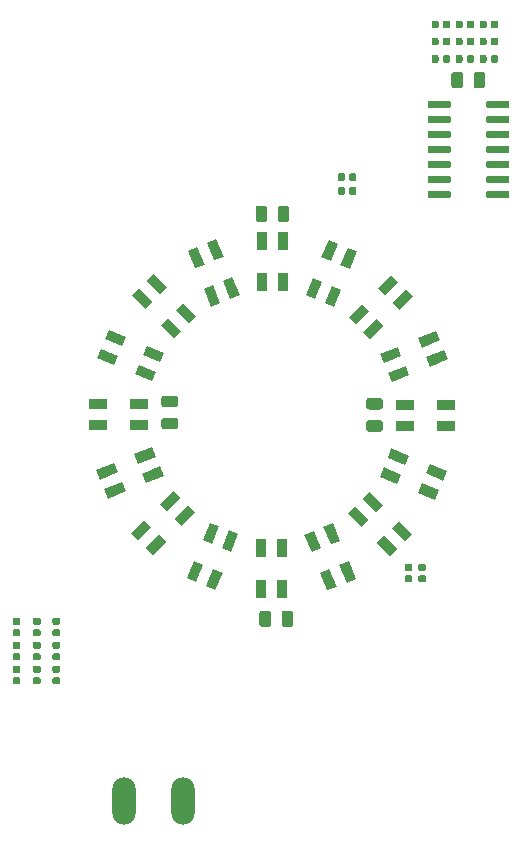
<source format=gbr>
G04 #@! TF.GenerationSoftware,KiCad,Pcbnew,(5.1.5-0-10_14)*
G04 #@! TF.CreationDate,2020-01-23T10:54:37-08:00*
G04 #@! TF.ProjectId,AndyCabinets,416e6479-4361-4626-996e-6574732e6b69,rev?*
G04 #@! TF.SameCoordinates,Original*
G04 #@! TF.FileFunction,Paste,Top*
G04 #@! TF.FilePolarity,Positive*
%FSLAX46Y46*%
G04 Gerber Fmt 4.6, Leading zero omitted, Abs format (unit mm)*
G04 Created by KiCad (PCBNEW (5.1.5-0-10_14)) date 2020-01-23 10:54:37*
%MOMM*%
%LPD*%
G04 APERTURE LIST*
%ADD10O,2.000000X4.000000*%
%ADD11C,0.050000*%
%ADD12R,0.850000X1.600000*%
%ADD13R,1.600000X0.850000*%
G04 APERTURE END LIST*
D10*
X185185800Y-130665429D03*
X190185800Y-130665429D03*
D11*
G36*
X201377957Y-88159505D02*
G01*
X200592659Y-87834224D01*
X201204953Y-86356017D01*
X201990251Y-86681298D01*
X201377957Y-88159505D01*
G37*
G36*
X202994747Y-88829201D02*
G01*
X202209449Y-88503920D01*
X202821743Y-87025713D01*
X203607041Y-87350994D01*
X202994747Y-88829201D01*
G37*
G36*
X202717349Y-84925927D02*
G01*
X201932051Y-84600646D01*
X202544345Y-83122439D01*
X203329643Y-83447720D01*
X202717349Y-84925927D01*
G37*
G36*
X204334139Y-85595623D02*
G01*
X203548841Y-85270342D01*
X204161135Y-83792135D01*
X204946433Y-84117416D01*
X204334139Y-85595623D01*
G37*
G36*
X193389797Y-88455660D02*
G01*
X192604499Y-88780941D01*
X191992205Y-87302734D01*
X192777503Y-86977453D01*
X193389797Y-88455660D01*
G37*
G36*
X195006587Y-87785964D02*
G01*
X194221289Y-88111245D01*
X193608995Y-86633038D01*
X194394293Y-86307757D01*
X195006587Y-87785964D01*
G37*
G36*
X192050405Y-85222082D02*
G01*
X191265107Y-85547363D01*
X190652813Y-84069156D01*
X191438111Y-83743875D01*
X192050405Y-85222082D01*
G37*
G36*
X193667195Y-84552386D02*
G01*
X192881897Y-84877667D01*
X192269603Y-83399460D01*
X193054901Y-83074179D01*
X193667195Y-84552386D01*
G37*
G36*
X204761358Y-77506310D02*
G01*
X204775676Y-77508434D01*
X204789717Y-77511951D01*
X204803346Y-77516828D01*
X204816431Y-77523017D01*
X204828847Y-77530458D01*
X204840473Y-77539081D01*
X204851198Y-77548802D01*
X204860919Y-77559527D01*
X204869542Y-77571153D01*
X204876983Y-77583569D01*
X204883172Y-77596654D01*
X204888049Y-77610283D01*
X204891566Y-77624324D01*
X204893690Y-77638642D01*
X204894400Y-77653100D01*
X204894400Y-77998100D01*
X204893690Y-78012558D01*
X204891566Y-78026876D01*
X204888049Y-78040917D01*
X204883172Y-78054546D01*
X204876983Y-78067631D01*
X204869542Y-78080047D01*
X204860919Y-78091673D01*
X204851198Y-78102398D01*
X204840473Y-78112119D01*
X204828847Y-78120742D01*
X204816431Y-78128183D01*
X204803346Y-78134372D01*
X204789717Y-78139249D01*
X204775676Y-78142766D01*
X204761358Y-78144890D01*
X204746900Y-78145600D01*
X204451900Y-78145600D01*
X204437442Y-78144890D01*
X204423124Y-78142766D01*
X204409083Y-78139249D01*
X204395454Y-78134372D01*
X204382369Y-78128183D01*
X204369953Y-78120742D01*
X204358327Y-78112119D01*
X204347602Y-78102398D01*
X204337881Y-78091673D01*
X204329258Y-78080047D01*
X204321817Y-78067631D01*
X204315628Y-78054546D01*
X204310751Y-78040917D01*
X204307234Y-78026876D01*
X204305110Y-78012558D01*
X204304400Y-77998100D01*
X204304400Y-77653100D01*
X204305110Y-77638642D01*
X204307234Y-77624324D01*
X204310751Y-77610283D01*
X204315628Y-77596654D01*
X204321817Y-77583569D01*
X204329258Y-77571153D01*
X204337881Y-77559527D01*
X204347602Y-77548802D01*
X204358327Y-77539081D01*
X204369953Y-77530458D01*
X204382369Y-77523017D01*
X204395454Y-77516828D01*
X204409083Y-77511951D01*
X204423124Y-77508434D01*
X204437442Y-77506310D01*
X204451900Y-77505600D01*
X204746900Y-77505600D01*
X204761358Y-77506310D01*
G37*
G36*
X203791358Y-77506310D02*
G01*
X203805676Y-77508434D01*
X203819717Y-77511951D01*
X203833346Y-77516828D01*
X203846431Y-77523017D01*
X203858847Y-77530458D01*
X203870473Y-77539081D01*
X203881198Y-77548802D01*
X203890919Y-77559527D01*
X203899542Y-77571153D01*
X203906983Y-77583569D01*
X203913172Y-77596654D01*
X203918049Y-77610283D01*
X203921566Y-77624324D01*
X203923690Y-77638642D01*
X203924400Y-77653100D01*
X203924400Y-77998100D01*
X203923690Y-78012558D01*
X203921566Y-78026876D01*
X203918049Y-78040917D01*
X203913172Y-78054546D01*
X203906983Y-78067631D01*
X203899542Y-78080047D01*
X203890919Y-78091673D01*
X203881198Y-78102398D01*
X203870473Y-78112119D01*
X203858847Y-78120742D01*
X203846431Y-78128183D01*
X203833346Y-78134372D01*
X203819717Y-78139249D01*
X203805676Y-78142766D01*
X203791358Y-78144890D01*
X203776900Y-78145600D01*
X203481900Y-78145600D01*
X203467442Y-78144890D01*
X203453124Y-78142766D01*
X203439083Y-78139249D01*
X203425454Y-78134372D01*
X203412369Y-78128183D01*
X203399953Y-78120742D01*
X203388327Y-78112119D01*
X203377602Y-78102398D01*
X203367881Y-78091673D01*
X203359258Y-78080047D01*
X203351817Y-78067631D01*
X203345628Y-78054546D01*
X203340751Y-78040917D01*
X203337234Y-78026876D01*
X203335110Y-78012558D01*
X203334400Y-77998100D01*
X203334400Y-77653100D01*
X203335110Y-77638642D01*
X203337234Y-77624324D01*
X203340751Y-77610283D01*
X203345628Y-77596654D01*
X203351817Y-77583569D01*
X203359258Y-77571153D01*
X203367881Y-77559527D01*
X203377602Y-77548802D01*
X203388327Y-77539081D01*
X203399953Y-77530458D01*
X203412369Y-77523017D01*
X203425454Y-77516828D01*
X203439083Y-77511951D01*
X203453124Y-77508434D01*
X203467442Y-77506310D01*
X203481900Y-77505600D01*
X203776900Y-77505600D01*
X203791358Y-77506310D01*
G37*
G36*
X209508358Y-110574310D02*
G01*
X209522676Y-110576434D01*
X209536717Y-110579951D01*
X209550346Y-110584828D01*
X209563431Y-110591017D01*
X209575847Y-110598458D01*
X209587473Y-110607081D01*
X209598198Y-110616802D01*
X209607919Y-110627527D01*
X209616542Y-110639153D01*
X209623983Y-110651569D01*
X209630172Y-110664654D01*
X209635049Y-110678283D01*
X209638566Y-110692324D01*
X209640690Y-110706642D01*
X209641400Y-110721100D01*
X209641400Y-111016100D01*
X209640690Y-111030558D01*
X209638566Y-111044876D01*
X209635049Y-111058917D01*
X209630172Y-111072546D01*
X209623983Y-111085631D01*
X209616542Y-111098047D01*
X209607919Y-111109673D01*
X209598198Y-111120398D01*
X209587473Y-111130119D01*
X209575847Y-111138742D01*
X209563431Y-111146183D01*
X209550346Y-111152372D01*
X209536717Y-111157249D01*
X209522676Y-111160766D01*
X209508358Y-111162890D01*
X209493900Y-111163600D01*
X209148900Y-111163600D01*
X209134442Y-111162890D01*
X209120124Y-111160766D01*
X209106083Y-111157249D01*
X209092454Y-111152372D01*
X209079369Y-111146183D01*
X209066953Y-111138742D01*
X209055327Y-111130119D01*
X209044602Y-111120398D01*
X209034881Y-111109673D01*
X209026258Y-111098047D01*
X209018817Y-111085631D01*
X209012628Y-111072546D01*
X209007751Y-111058917D01*
X209004234Y-111044876D01*
X209002110Y-111030558D01*
X209001400Y-111016100D01*
X209001400Y-110721100D01*
X209002110Y-110706642D01*
X209004234Y-110692324D01*
X209007751Y-110678283D01*
X209012628Y-110664654D01*
X209018817Y-110651569D01*
X209026258Y-110639153D01*
X209034881Y-110627527D01*
X209044602Y-110616802D01*
X209055327Y-110607081D01*
X209066953Y-110598458D01*
X209079369Y-110591017D01*
X209092454Y-110584828D01*
X209106083Y-110579951D01*
X209120124Y-110576434D01*
X209134442Y-110574310D01*
X209148900Y-110573600D01*
X209493900Y-110573600D01*
X209508358Y-110574310D01*
G37*
G36*
X209508358Y-111544310D02*
G01*
X209522676Y-111546434D01*
X209536717Y-111549951D01*
X209550346Y-111554828D01*
X209563431Y-111561017D01*
X209575847Y-111568458D01*
X209587473Y-111577081D01*
X209598198Y-111586802D01*
X209607919Y-111597527D01*
X209616542Y-111609153D01*
X209623983Y-111621569D01*
X209630172Y-111634654D01*
X209635049Y-111648283D01*
X209638566Y-111662324D01*
X209640690Y-111676642D01*
X209641400Y-111691100D01*
X209641400Y-111986100D01*
X209640690Y-112000558D01*
X209638566Y-112014876D01*
X209635049Y-112028917D01*
X209630172Y-112042546D01*
X209623983Y-112055631D01*
X209616542Y-112068047D01*
X209607919Y-112079673D01*
X209598198Y-112090398D01*
X209587473Y-112100119D01*
X209575847Y-112108742D01*
X209563431Y-112116183D01*
X209550346Y-112122372D01*
X209536717Y-112127249D01*
X209522676Y-112130766D01*
X209508358Y-112132890D01*
X209493900Y-112133600D01*
X209148900Y-112133600D01*
X209134442Y-112132890D01*
X209120124Y-112130766D01*
X209106083Y-112127249D01*
X209092454Y-112122372D01*
X209079369Y-112116183D01*
X209066953Y-112108742D01*
X209055327Y-112100119D01*
X209044602Y-112090398D01*
X209034881Y-112079673D01*
X209026258Y-112068047D01*
X209018817Y-112055631D01*
X209012628Y-112042546D01*
X209007751Y-112028917D01*
X209004234Y-112014876D01*
X209002110Y-112000558D01*
X209001400Y-111986100D01*
X209001400Y-111691100D01*
X209002110Y-111676642D01*
X209004234Y-111662324D01*
X209007751Y-111648283D01*
X209012628Y-111634654D01*
X209018817Y-111621569D01*
X209026258Y-111609153D01*
X209034881Y-111597527D01*
X209044602Y-111586802D01*
X209055327Y-111577081D01*
X209066953Y-111568458D01*
X209079369Y-111561017D01*
X209092454Y-111554828D01*
X209106083Y-111549951D01*
X209120124Y-111546434D01*
X209134442Y-111544310D01*
X209148900Y-111543600D01*
X209493900Y-111543600D01*
X209508358Y-111544310D01*
G37*
G36*
X203791358Y-78674710D02*
G01*
X203805676Y-78676834D01*
X203819717Y-78680351D01*
X203833346Y-78685228D01*
X203846431Y-78691417D01*
X203858847Y-78698858D01*
X203870473Y-78707481D01*
X203881198Y-78717202D01*
X203890919Y-78727927D01*
X203899542Y-78739553D01*
X203906983Y-78751969D01*
X203913172Y-78765054D01*
X203918049Y-78778683D01*
X203921566Y-78792724D01*
X203923690Y-78807042D01*
X203924400Y-78821500D01*
X203924400Y-79166500D01*
X203923690Y-79180958D01*
X203921566Y-79195276D01*
X203918049Y-79209317D01*
X203913172Y-79222946D01*
X203906983Y-79236031D01*
X203899542Y-79248447D01*
X203890919Y-79260073D01*
X203881198Y-79270798D01*
X203870473Y-79280519D01*
X203858847Y-79289142D01*
X203846431Y-79296583D01*
X203833346Y-79302772D01*
X203819717Y-79307649D01*
X203805676Y-79311166D01*
X203791358Y-79313290D01*
X203776900Y-79314000D01*
X203481900Y-79314000D01*
X203467442Y-79313290D01*
X203453124Y-79311166D01*
X203439083Y-79307649D01*
X203425454Y-79302772D01*
X203412369Y-79296583D01*
X203399953Y-79289142D01*
X203388327Y-79280519D01*
X203377602Y-79270798D01*
X203367881Y-79260073D01*
X203359258Y-79248447D01*
X203351817Y-79236031D01*
X203345628Y-79222946D01*
X203340751Y-79209317D01*
X203337234Y-79195276D01*
X203335110Y-79180958D01*
X203334400Y-79166500D01*
X203334400Y-78821500D01*
X203335110Y-78807042D01*
X203337234Y-78792724D01*
X203340751Y-78778683D01*
X203345628Y-78765054D01*
X203351817Y-78751969D01*
X203359258Y-78739553D01*
X203367881Y-78727927D01*
X203377602Y-78717202D01*
X203388327Y-78707481D01*
X203399953Y-78698858D01*
X203412369Y-78691417D01*
X203425454Y-78685228D01*
X203439083Y-78680351D01*
X203453124Y-78676834D01*
X203467442Y-78674710D01*
X203481900Y-78674000D01*
X203776900Y-78674000D01*
X203791358Y-78674710D01*
G37*
G36*
X204761358Y-78674710D02*
G01*
X204775676Y-78676834D01*
X204789717Y-78680351D01*
X204803346Y-78685228D01*
X204816431Y-78691417D01*
X204828847Y-78698858D01*
X204840473Y-78707481D01*
X204851198Y-78717202D01*
X204860919Y-78727927D01*
X204869542Y-78739553D01*
X204876983Y-78751969D01*
X204883172Y-78765054D01*
X204888049Y-78778683D01*
X204891566Y-78792724D01*
X204893690Y-78807042D01*
X204894400Y-78821500D01*
X204894400Y-79166500D01*
X204893690Y-79180958D01*
X204891566Y-79195276D01*
X204888049Y-79209317D01*
X204883172Y-79222946D01*
X204876983Y-79236031D01*
X204869542Y-79248447D01*
X204860919Y-79260073D01*
X204851198Y-79270798D01*
X204840473Y-79280519D01*
X204828847Y-79289142D01*
X204816431Y-79296583D01*
X204803346Y-79302772D01*
X204789717Y-79307649D01*
X204775676Y-79311166D01*
X204761358Y-79313290D01*
X204746900Y-79314000D01*
X204451900Y-79314000D01*
X204437442Y-79313290D01*
X204423124Y-79311166D01*
X204409083Y-79307649D01*
X204395454Y-79302772D01*
X204382369Y-79296583D01*
X204369953Y-79289142D01*
X204358327Y-79280519D01*
X204347602Y-79270798D01*
X204337881Y-79260073D01*
X204329258Y-79248447D01*
X204321817Y-79236031D01*
X204315628Y-79222946D01*
X204310751Y-79209317D01*
X204307234Y-79195276D01*
X204305110Y-79180958D01*
X204304400Y-79166500D01*
X204304400Y-78821500D01*
X204305110Y-78807042D01*
X204307234Y-78792724D01*
X204310751Y-78778683D01*
X204315628Y-78765054D01*
X204321817Y-78751969D01*
X204329258Y-78739553D01*
X204337881Y-78727927D01*
X204347602Y-78717202D01*
X204358327Y-78707481D01*
X204369953Y-78698858D01*
X204382369Y-78691417D01*
X204395454Y-78685228D01*
X204409083Y-78680351D01*
X204423124Y-78676834D01*
X204437442Y-78674710D01*
X204451900Y-78674000D01*
X204746900Y-78674000D01*
X204761358Y-78674710D01*
G37*
G36*
X210651358Y-111544310D02*
G01*
X210665676Y-111546434D01*
X210679717Y-111549951D01*
X210693346Y-111554828D01*
X210706431Y-111561017D01*
X210718847Y-111568458D01*
X210730473Y-111577081D01*
X210741198Y-111586802D01*
X210750919Y-111597527D01*
X210759542Y-111609153D01*
X210766983Y-111621569D01*
X210773172Y-111634654D01*
X210778049Y-111648283D01*
X210781566Y-111662324D01*
X210783690Y-111676642D01*
X210784400Y-111691100D01*
X210784400Y-111986100D01*
X210783690Y-112000558D01*
X210781566Y-112014876D01*
X210778049Y-112028917D01*
X210773172Y-112042546D01*
X210766983Y-112055631D01*
X210759542Y-112068047D01*
X210750919Y-112079673D01*
X210741198Y-112090398D01*
X210730473Y-112100119D01*
X210718847Y-112108742D01*
X210706431Y-112116183D01*
X210693346Y-112122372D01*
X210679717Y-112127249D01*
X210665676Y-112130766D01*
X210651358Y-112132890D01*
X210636900Y-112133600D01*
X210291900Y-112133600D01*
X210277442Y-112132890D01*
X210263124Y-112130766D01*
X210249083Y-112127249D01*
X210235454Y-112122372D01*
X210222369Y-112116183D01*
X210209953Y-112108742D01*
X210198327Y-112100119D01*
X210187602Y-112090398D01*
X210177881Y-112079673D01*
X210169258Y-112068047D01*
X210161817Y-112055631D01*
X210155628Y-112042546D01*
X210150751Y-112028917D01*
X210147234Y-112014876D01*
X210145110Y-112000558D01*
X210144400Y-111986100D01*
X210144400Y-111691100D01*
X210145110Y-111676642D01*
X210147234Y-111662324D01*
X210150751Y-111648283D01*
X210155628Y-111634654D01*
X210161817Y-111621569D01*
X210169258Y-111609153D01*
X210177881Y-111597527D01*
X210187602Y-111586802D01*
X210198327Y-111577081D01*
X210209953Y-111568458D01*
X210222369Y-111561017D01*
X210235454Y-111554828D01*
X210249083Y-111549951D01*
X210263124Y-111546434D01*
X210277442Y-111544310D01*
X210291900Y-111543600D01*
X210636900Y-111543600D01*
X210651358Y-111544310D01*
G37*
G36*
X210651358Y-110574310D02*
G01*
X210665676Y-110576434D01*
X210679717Y-110579951D01*
X210693346Y-110584828D01*
X210706431Y-110591017D01*
X210718847Y-110598458D01*
X210730473Y-110607081D01*
X210741198Y-110616802D01*
X210750919Y-110627527D01*
X210759542Y-110639153D01*
X210766983Y-110651569D01*
X210773172Y-110664654D01*
X210778049Y-110678283D01*
X210781566Y-110692324D01*
X210783690Y-110706642D01*
X210784400Y-110721100D01*
X210784400Y-111016100D01*
X210783690Y-111030558D01*
X210781566Y-111044876D01*
X210778049Y-111058917D01*
X210773172Y-111072546D01*
X210766983Y-111085631D01*
X210759542Y-111098047D01*
X210750919Y-111109673D01*
X210741198Y-111120398D01*
X210730473Y-111130119D01*
X210718847Y-111138742D01*
X210706431Y-111146183D01*
X210693346Y-111152372D01*
X210679717Y-111157249D01*
X210665676Y-111160766D01*
X210651358Y-111162890D01*
X210636900Y-111163600D01*
X210291900Y-111163600D01*
X210277442Y-111162890D01*
X210263124Y-111160766D01*
X210249083Y-111157249D01*
X210235454Y-111152372D01*
X210222369Y-111146183D01*
X210209953Y-111138742D01*
X210198327Y-111130119D01*
X210187602Y-111120398D01*
X210177881Y-111109673D01*
X210169258Y-111098047D01*
X210161817Y-111085631D01*
X210155628Y-111072546D01*
X210150751Y-111058917D01*
X210147234Y-111044876D01*
X210145110Y-111030558D01*
X210144400Y-111016100D01*
X210144400Y-110721100D01*
X210145110Y-110706642D01*
X210147234Y-110692324D01*
X210150751Y-110678283D01*
X210155628Y-110664654D01*
X210161817Y-110651569D01*
X210169258Y-110639153D01*
X210177881Y-110627527D01*
X210187602Y-110616802D01*
X210198327Y-110607081D01*
X210209953Y-110598458D01*
X210222369Y-110591017D01*
X210235454Y-110584828D01*
X210249083Y-110579951D01*
X210263124Y-110576434D01*
X210277442Y-110574310D01*
X210291900Y-110573600D01*
X210636900Y-110573600D01*
X210651358Y-110574310D01*
G37*
G36*
X215581142Y-68897174D02*
G01*
X215604803Y-68900684D01*
X215628007Y-68906496D01*
X215650529Y-68914554D01*
X215672153Y-68924782D01*
X215692670Y-68937079D01*
X215711883Y-68951329D01*
X215729607Y-68967393D01*
X215745671Y-68985117D01*
X215759921Y-69004330D01*
X215772218Y-69024847D01*
X215782446Y-69046471D01*
X215790504Y-69068993D01*
X215796316Y-69092197D01*
X215799826Y-69115858D01*
X215801000Y-69139750D01*
X215801000Y-70052250D01*
X215799826Y-70076142D01*
X215796316Y-70099803D01*
X215790504Y-70123007D01*
X215782446Y-70145529D01*
X215772218Y-70167153D01*
X215759921Y-70187670D01*
X215745671Y-70206883D01*
X215729607Y-70224607D01*
X215711883Y-70240671D01*
X215692670Y-70254921D01*
X215672153Y-70267218D01*
X215650529Y-70277446D01*
X215628007Y-70285504D01*
X215604803Y-70291316D01*
X215581142Y-70294826D01*
X215557250Y-70296000D01*
X215069750Y-70296000D01*
X215045858Y-70294826D01*
X215022197Y-70291316D01*
X214998993Y-70285504D01*
X214976471Y-70277446D01*
X214954847Y-70267218D01*
X214934330Y-70254921D01*
X214915117Y-70240671D01*
X214897393Y-70224607D01*
X214881329Y-70206883D01*
X214867079Y-70187670D01*
X214854782Y-70167153D01*
X214844554Y-70145529D01*
X214836496Y-70123007D01*
X214830684Y-70099803D01*
X214827174Y-70076142D01*
X214826000Y-70052250D01*
X214826000Y-69139750D01*
X214827174Y-69115858D01*
X214830684Y-69092197D01*
X214836496Y-69068993D01*
X214844554Y-69046471D01*
X214854782Y-69024847D01*
X214867079Y-69004330D01*
X214881329Y-68985117D01*
X214897393Y-68967393D01*
X214915117Y-68951329D01*
X214934330Y-68937079D01*
X214954847Y-68924782D01*
X214976471Y-68914554D01*
X214998993Y-68906496D01*
X215022197Y-68900684D01*
X215045858Y-68897174D01*
X215069750Y-68896000D01*
X215557250Y-68896000D01*
X215581142Y-68897174D01*
G37*
G36*
X213706142Y-68897174D02*
G01*
X213729803Y-68900684D01*
X213753007Y-68906496D01*
X213775529Y-68914554D01*
X213797153Y-68924782D01*
X213817670Y-68937079D01*
X213836883Y-68951329D01*
X213854607Y-68967393D01*
X213870671Y-68985117D01*
X213884921Y-69004330D01*
X213897218Y-69024847D01*
X213907446Y-69046471D01*
X213915504Y-69068993D01*
X213921316Y-69092197D01*
X213924826Y-69115858D01*
X213926000Y-69139750D01*
X213926000Y-70052250D01*
X213924826Y-70076142D01*
X213921316Y-70099803D01*
X213915504Y-70123007D01*
X213907446Y-70145529D01*
X213897218Y-70167153D01*
X213884921Y-70187670D01*
X213870671Y-70206883D01*
X213854607Y-70224607D01*
X213836883Y-70240671D01*
X213817670Y-70254921D01*
X213797153Y-70267218D01*
X213775529Y-70277446D01*
X213753007Y-70285504D01*
X213729803Y-70291316D01*
X213706142Y-70294826D01*
X213682250Y-70296000D01*
X213194750Y-70296000D01*
X213170858Y-70294826D01*
X213147197Y-70291316D01*
X213123993Y-70285504D01*
X213101471Y-70277446D01*
X213079847Y-70267218D01*
X213059330Y-70254921D01*
X213040117Y-70240671D01*
X213022393Y-70224607D01*
X213006329Y-70206883D01*
X212992079Y-70187670D01*
X212979782Y-70167153D01*
X212969554Y-70145529D01*
X212961496Y-70123007D01*
X212955684Y-70099803D01*
X212952174Y-70076142D01*
X212951000Y-70052250D01*
X212951000Y-69139750D01*
X212952174Y-69115858D01*
X212955684Y-69092197D01*
X212961496Y-69068993D01*
X212969554Y-69046471D01*
X212979782Y-69024847D01*
X212992079Y-69004330D01*
X213006329Y-68985117D01*
X213022393Y-68967393D01*
X213040117Y-68951329D01*
X213059330Y-68937079D01*
X213079847Y-68924782D01*
X213101471Y-68914554D01*
X213123993Y-68906496D01*
X213147197Y-68900684D01*
X213170858Y-68897174D01*
X213194750Y-68896000D01*
X213682250Y-68896000D01*
X213706142Y-68897174D01*
G37*
G36*
X217710690Y-71355336D02*
G01*
X217725251Y-71357496D01*
X217739530Y-71361073D01*
X217753390Y-71366032D01*
X217766697Y-71372326D01*
X217779323Y-71379894D01*
X217791146Y-71388662D01*
X217802053Y-71398548D01*
X217811939Y-71409455D01*
X217820707Y-71421278D01*
X217828275Y-71433904D01*
X217834569Y-71447211D01*
X217839528Y-71461071D01*
X217843105Y-71475350D01*
X217845265Y-71489911D01*
X217845987Y-71504614D01*
X217845987Y-71804614D01*
X217845265Y-71819317D01*
X217843105Y-71833878D01*
X217839528Y-71848157D01*
X217834569Y-71862017D01*
X217828275Y-71875324D01*
X217820707Y-71887950D01*
X217811939Y-71899773D01*
X217802053Y-71910680D01*
X217791146Y-71920566D01*
X217779323Y-71929334D01*
X217766697Y-71936902D01*
X217753390Y-71943196D01*
X217739530Y-71948155D01*
X217725251Y-71951732D01*
X217710690Y-71953892D01*
X217695987Y-71954614D01*
X216045987Y-71954614D01*
X216031284Y-71953892D01*
X216016723Y-71951732D01*
X216002444Y-71948155D01*
X215988584Y-71943196D01*
X215975277Y-71936902D01*
X215962651Y-71929334D01*
X215950828Y-71920566D01*
X215939921Y-71910680D01*
X215930035Y-71899773D01*
X215921267Y-71887950D01*
X215913699Y-71875324D01*
X215907405Y-71862017D01*
X215902446Y-71848157D01*
X215898869Y-71833878D01*
X215896709Y-71819317D01*
X215895987Y-71804614D01*
X215895987Y-71504614D01*
X215896709Y-71489911D01*
X215898869Y-71475350D01*
X215902446Y-71461071D01*
X215907405Y-71447211D01*
X215913699Y-71433904D01*
X215921267Y-71421278D01*
X215930035Y-71409455D01*
X215939921Y-71398548D01*
X215950828Y-71388662D01*
X215962651Y-71379894D01*
X215975277Y-71372326D01*
X215988584Y-71366032D01*
X216002444Y-71361073D01*
X216016723Y-71357496D01*
X216031284Y-71355336D01*
X216045987Y-71354614D01*
X217695987Y-71354614D01*
X217710690Y-71355336D01*
G37*
G36*
X217710690Y-72625336D02*
G01*
X217725251Y-72627496D01*
X217739530Y-72631073D01*
X217753390Y-72636032D01*
X217766697Y-72642326D01*
X217779323Y-72649894D01*
X217791146Y-72658662D01*
X217802053Y-72668548D01*
X217811939Y-72679455D01*
X217820707Y-72691278D01*
X217828275Y-72703904D01*
X217834569Y-72717211D01*
X217839528Y-72731071D01*
X217843105Y-72745350D01*
X217845265Y-72759911D01*
X217845987Y-72774614D01*
X217845987Y-73074614D01*
X217845265Y-73089317D01*
X217843105Y-73103878D01*
X217839528Y-73118157D01*
X217834569Y-73132017D01*
X217828275Y-73145324D01*
X217820707Y-73157950D01*
X217811939Y-73169773D01*
X217802053Y-73180680D01*
X217791146Y-73190566D01*
X217779323Y-73199334D01*
X217766697Y-73206902D01*
X217753390Y-73213196D01*
X217739530Y-73218155D01*
X217725251Y-73221732D01*
X217710690Y-73223892D01*
X217695987Y-73224614D01*
X216045987Y-73224614D01*
X216031284Y-73223892D01*
X216016723Y-73221732D01*
X216002444Y-73218155D01*
X215988584Y-73213196D01*
X215975277Y-73206902D01*
X215962651Y-73199334D01*
X215950828Y-73190566D01*
X215939921Y-73180680D01*
X215930035Y-73169773D01*
X215921267Y-73157950D01*
X215913699Y-73145324D01*
X215907405Y-73132017D01*
X215902446Y-73118157D01*
X215898869Y-73103878D01*
X215896709Y-73089317D01*
X215895987Y-73074614D01*
X215895987Y-72774614D01*
X215896709Y-72759911D01*
X215898869Y-72745350D01*
X215902446Y-72731071D01*
X215907405Y-72717211D01*
X215913699Y-72703904D01*
X215921267Y-72691278D01*
X215930035Y-72679455D01*
X215939921Y-72668548D01*
X215950828Y-72658662D01*
X215962651Y-72649894D01*
X215975277Y-72642326D01*
X215988584Y-72636032D01*
X216002444Y-72631073D01*
X216016723Y-72627496D01*
X216031284Y-72625336D01*
X216045987Y-72624614D01*
X217695987Y-72624614D01*
X217710690Y-72625336D01*
G37*
G36*
X217710690Y-73895336D02*
G01*
X217725251Y-73897496D01*
X217739530Y-73901073D01*
X217753390Y-73906032D01*
X217766697Y-73912326D01*
X217779323Y-73919894D01*
X217791146Y-73928662D01*
X217802053Y-73938548D01*
X217811939Y-73949455D01*
X217820707Y-73961278D01*
X217828275Y-73973904D01*
X217834569Y-73987211D01*
X217839528Y-74001071D01*
X217843105Y-74015350D01*
X217845265Y-74029911D01*
X217845987Y-74044614D01*
X217845987Y-74344614D01*
X217845265Y-74359317D01*
X217843105Y-74373878D01*
X217839528Y-74388157D01*
X217834569Y-74402017D01*
X217828275Y-74415324D01*
X217820707Y-74427950D01*
X217811939Y-74439773D01*
X217802053Y-74450680D01*
X217791146Y-74460566D01*
X217779323Y-74469334D01*
X217766697Y-74476902D01*
X217753390Y-74483196D01*
X217739530Y-74488155D01*
X217725251Y-74491732D01*
X217710690Y-74493892D01*
X217695987Y-74494614D01*
X216045987Y-74494614D01*
X216031284Y-74493892D01*
X216016723Y-74491732D01*
X216002444Y-74488155D01*
X215988584Y-74483196D01*
X215975277Y-74476902D01*
X215962651Y-74469334D01*
X215950828Y-74460566D01*
X215939921Y-74450680D01*
X215930035Y-74439773D01*
X215921267Y-74427950D01*
X215913699Y-74415324D01*
X215907405Y-74402017D01*
X215902446Y-74388157D01*
X215898869Y-74373878D01*
X215896709Y-74359317D01*
X215895987Y-74344614D01*
X215895987Y-74044614D01*
X215896709Y-74029911D01*
X215898869Y-74015350D01*
X215902446Y-74001071D01*
X215907405Y-73987211D01*
X215913699Y-73973904D01*
X215921267Y-73961278D01*
X215930035Y-73949455D01*
X215939921Y-73938548D01*
X215950828Y-73928662D01*
X215962651Y-73919894D01*
X215975277Y-73912326D01*
X215988584Y-73906032D01*
X216002444Y-73901073D01*
X216016723Y-73897496D01*
X216031284Y-73895336D01*
X216045987Y-73894614D01*
X217695987Y-73894614D01*
X217710690Y-73895336D01*
G37*
G36*
X217710690Y-75165336D02*
G01*
X217725251Y-75167496D01*
X217739530Y-75171073D01*
X217753390Y-75176032D01*
X217766697Y-75182326D01*
X217779323Y-75189894D01*
X217791146Y-75198662D01*
X217802053Y-75208548D01*
X217811939Y-75219455D01*
X217820707Y-75231278D01*
X217828275Y-75243904D01*
X217834569Y-75257211D01*
X217839528Y-75271071D01*
X217843105Y-75285350D01*
X217845265Y-75299911D01*
X217845987Y-75314614D01*
X217845987Y-75614614D01*
X217845265Y-75629317D01*
X217843105Y-75643878D01*
X217839528Y-75658157D01*
X217834569Y-75672017D01*
X217828275Y-75685324D01*
X217820707Y-75697950D01*
X217811939Y-75709773D01*
X217802053Y-75720680D01*
X217791146Y-75730566D01*
X217779323Y-75739334D01*
X217766697Y-75746902D01*
X217753390Y-75753196D01*
X217739530Y-75758155D01*
X217725251Y-75761732D01*
X217710690Y-75763892D01*
X217695987Y-75764614D01*
X216045987Y-75764614D01*
X216031284Y-75763892D01*
X216016723Y-75761732D01*
X216002444Y-75758155D01*
X215988584Y-75753196D01*
X215975277Y-75746902D01*
X215962651Y-75739334D01*
X215950828Y-75730566D01*
X215939921Y-75720680D01*
X215930035Y-75709773D01*
X215921267Y-75697950D01*
X215913699Y-75685324D01*
X215907405Y-75672017D01*
X215902446Y-75658157D01*
X215898869Y-75643878D01*
X215896709Y-75629317D01*
X215895987Y-75614614D01*
X215895987Y-75314614D01*
X215896709Y-75299911D01*
X215898869Y-75285350D01*
X215902446Y-75271071D01*
X215907405Y-75257211D01*
X215913699Y-75243904D01*
X215921267Y-75231278D01*
X215930035Y-75219455D01*
X215939921Y-75208548D01*
X215950828Y-75198662D01*
X215962651Y-75189894D01*
X215975277Y-75182326D01*
X215988584Y-75176032D01*
X216002444Y-75171073D01*
X216016723Y-75167496D01*
X216031284Y-75165336D01*
X216045987Y-75164614D01*
X217695987Y-75164614D01*
X217710690Y-75165336D01*
G37*
G36*
X217710690Y-76435336D02*
G01*
X217725251Y-76437496D01*
X217739530Y-76441073D01*
X217753390Y-76446032D01*
X217766697Y-76452326D01*
X217779323Y-76459894D01*
X217791146Y-76468662D01*
X217802053Y-76478548D01*
X217811939Y-76489455D01*
X217820707Y-76501278D01*
X217828275Y-76513904D01*
X217834569Y-76527211D01*
X217839528Y-76541071D01*
X217843105Y-76555350D01*
X217845265Y-76569911D01*
X217845987Y-76584614D01*
X217845987Y-76884614D01*
X217845265Y-76899317D01*
X217843105Y-76913878D01*
X217839528Y-76928157D01*
X217834569Y-76942017D01*
X217828275Y-76955324D01*
X217820707Y-76967950D01*
X217811939Y-76979773D01*
X217802053Y-76990680D01*
X217791146Y-77000566D01*
X217779323Y-77009334D01*
X217766697Y-77016902D01*
X217753390Y-77023196D01*
X217739530Y-77028155D01*
X217725251Y-77031732D01*
X217710690Y-77033892D01*
X217695987Y-77034614D01*
X216045987Y-77034614D01*
X216031284Y-77033892D01*
X216016723Y-77031732D01*
X216002444Y-77028155D01*
X215988584Y-77023196D01*
X215975277Y-77016902D01*
X215962651Y-77009334D01*
X215950828Y-77000566D01*
X215939921Y-76990680D01*
X215930035Y-76979773D01*
X215921267Y-76967950D01*
X215913699Y-76955324D01*
X215907405Y-76942017D01*
X215902446Y-76928157D01*
X215898869Y-76913878D01*
X215896709Y-76899317D01*
X215895987Y-76884614D01*
X215895987Y-76584614D01*
X215896709Y-76569911D01*
X215898869Y-76555350D01*
X215902446Y-76541071D01*
X215907405Y-76527211D01*
X215913699Y-76513904D01*
X215921267Y-76501278D01*
X215930035Y-76489455D01*
X215939921Y-76478548D01*
X215950828Y-76468662D01*
X215962651Y-76459894D01*
X215975277Y-76452326D01*
X215988584Y-76446032D01*
X216002444Y-76441073D01*
X216016723Y-76437496D01*
X216031284Y-76435336D01*
X216045987Y-76434614D01*
X217695987Y-76434614D01*
X217710690Y-76435336D01*
G37*
G36*
X217710690Y-77705336D02*
G01*
X217725251Y-77707496D01*
X217739530Y-77711073D01*
X217753390Y-77716032D01*
X217766697Y-77722326D01*
X217779323Y-77729894D01*
X217791146Y-77738662D01*
X217802053Y-77748548D01*
X217811939Y-77759455D01*
X217820707Y-77771278D01*
X217828275Y-77783904D01*
X217834569Y-77797211D01*
X217839528Y-77811071D01*
X217843105Y-77825350D01*
X217845265Y-77839911D01*
X217845987Y-77854614D01*
X217845987Y-78154614D01*
X217845265Y-78169317D01*
X217843105Y-78183878D01*
X217839528Y-78198157D01*
X217834569Y-78212017D01*
X217828275Y-78225324D01*
X217820707Y-78237950D01*
X217811939Y-78249773D01*
X217802053Y-78260680D01*
X217791146Y-78270566D01*
X217779323Y-78279334D01*
X217766697Y-78286902D01*
X217753390Y-78293196D01*
X217739530Y-78298155D01*
X217725251Y-78301732D01*
X217710690Y-78303892D01*
X217695987Y-78304614D01*
X216045987Y-78304614D01*
X216031284Y-78303892D01*
X216016723Y-78301732D01*
X216002444Y-78298155D01*
X215988584Y-78293196D01*
X215975277Y-78286902D01*
X215962651Y-78279334D01*
X215950828Y-78270566D01*
X215939921Y-78260680D01*
X215930035Y-78249773D01*
X215921267Y-78237950D01*
X215913699Y-78225324D01*
X215907405Y-78212017D01*
X215902446Y-78198157D01*
X215898869Y-78183878D01*
X215896709Y-78169317D01*
X215895987Y-78154614D01*
X215895987Y-77854614D01*
X215896709Y-77839911D01*
X215898869Y-77825350D01*
X215902446Y-77811071D01*
X215907405Y-77797211D01*
X215913699Y-77783904D01*
X215921267Y-77771278D01*
X215930035Y-77759455D01*
X215939921Y-77748548D01*
X215950828Y-77738662D01*
X215962651Y-77729894D01*
X215975277Y-77722326D01*
X215988584Y-77716032D01*
X216002444Y-77711073D01*
X216016723Y-77707496D01*
X216031284Y-77705336D01*
X216045987Y-77704614D01*
X217695987Y-77704614D01*
X217710690Y-77705336D01*
G37*
G36*
X217710690Y-78975336D02*
G01*
X217725251Y-78977496D01*
X217739530Y-78981073D01*
X217753390Y-78986032D01*
X217766697Y-78992326D01*
X217779323Y-78999894D01*
X217791146Y-79008662D01*
X217802053Y-79018548D01*
X217811939Y-79029455D01*
X217820707Y-79041278D01*
X217828275Y-79053904D01*
X217834569Y-79067211D01*
X217839528Y-79081071D01*
X217843105Y-79095350D01*
X217845265Y-79109911D01*
X217845987Y-79124614D01*
X217845987Y-79424614D01*
X217845265Y-79439317D01*
X217843105Y-79453878D01*
X217839528Y-79468157D01*
X217834569Y-79482017D01*
X217828275Y-79495324D01*
X217820707Y-79507950D01*
X217811939Y-79519773D01*
X217802053Y-79530680D01*
X217791146Y-79540566D01*
X217779323Y-79549334D01*
X217766697Y-79556902D01*
X217753390Y-79563196D01*
X217739530Y-79568155D01*
X217725251Y-79571732D01*
X217710690Y-79573892D01*
X217695987Y-79574614D01*
X216045987Y-79574614D01*
X216031284Y-79573892D01*
X216016723Y-79571732D01*
X216002444Y-79568155D01*
X215988584Y-79563196D01*
X215975277Y-79556902D01*
X215962651Y-79549334D01*
X215950828Y-79540566D01*
X215939921Y-79530680D01*
X215930035Y-79519773D01*
X215921267Y-79507950D01*
X215913699Y-79495324D01*
X215907405Y-79482017D01*
X215902446Y-79468157D01*
X215898869Y-79453878D01*
X215896709Y-79439317D01*
X215895987Y-79424614D01*
X215895987Y-79124614D01*
X215896709Y-79109911D01*
X215898869Y-79095350D01*
X215902446Y-79081071D01*
X215907405Y-79067211D01*
X215913699Y-79053904D01*
X215921267Y-79041278D01*
X215930035Y-79029455D01*
X215939921Y-79018548D01*
X215950828Y-79008662D01*
X215962651Y-78999894D01*
X215975277Y-78992326D01*
X215988584Y-78986032D01*
X216002444Y-78981073D01*
X216016723Y-78977496D01*
X216031284Y-78975336D01*
X216045987Y-78974614D01*
X217695987Y-78974614D01*
X217710690Y-78975336D01*
G37*
G36*
X212760690Y-78975336D02*
G01*
X212775251Y-78977496D01*
X212789530Y-78981073D01*
X212803390Y-78986032D01*
X212816697Y-78992326D01*
X212829323Y-78999894D01*
X212841146Y-79008662D01*
X212852053Y-79018548D01*
X212861939Y-79029455D01*
X212870707Y-79041278D01*
X212878275Y-79053904D01*
X212884569Y-79067211D01*
X212889528Y-79081071D01*
X212893105Y-79095350D01*
X212895265Y-79109911D01*
X212895987Y-79124614D01*
X212895987Y-79424614D01*
X212895265Y-79439317D01*
X212893105Y-79453878D01*
X212889528Y-79468157D01*
X212884569Y-79482017D01*
X212878275Y-79495324D01*
X212870707Y-79507950D01*
X212861939Y-79519773D01*
X212852053Y-79530680D01*
X212841146Y-79540566D01*
X212829323Y-79549334D01*
X212816697Y-79556902D01*
X212803390Y-79563196D01*
X212789530Y-79568155D01*
X212775251Y-79571732D01*
X212760690Y-79573892D01*
X212745987Y-79574614D01*
X211095987Y-79574614D01*
X211081284Y-79573892D01*
X211066723Y-79571732D01*
X211052444Y-79568155D01*
X211038584Y-79563196D01*
X211025277Y-79556902D01*
X211012651Y-79549334D01*
X211000828Y-79540566D01*
X210989921Y-79530680D01*
X210980035Y-79519773D01*
X210971267Y-79507950D01*
X210963699Y-79495324D01*
X210957405Y-79482017D01*
X210952446Y-79468157D01*
X210948869Y-79453878D01*
X210946709Y-79439317D01*
X210945987Y-79424614D01*
X210945987Y-79124614D01*
X210946709Y-79109911D01*
X210948869Y-79095350D01*
X210952446Y-79081071D01*
X210957405Y-79067211D01*
X210963699Y-79053904D01*
X210971267Y-79041278D01*
X210980035Y-79029455D01*
X210989921Y-79018548D01*
X211000828Y-79008662D01*
X211012651Y-78999894D01*
X211025277Y-78992326D01*
X211038584Y-78986032D01*
X211052444Y-78981073D01*
X211066723Y-78977496D01*
X211081284Y-78975336D01*
X211095987Y-78974614D01*
X212745987Y-78974614D01*
X212760690Y-78975336D01*
G37*
G36*
X212760690Y-77705336D02*
G01*
X212775251Y-77707496D01*
X212789530Y-77711073D01*
X212803390Y-77716032D01*
X212816697Y-77722326D01*
X212829323Y-77729894D01*
X212841146Y-77738662D01*
X212852053Y-77748548D01*
X212861939Y-77759455D01*
X212870707Y-77771278D01*
X212878275Y-77783904D01*
X212884569Y-77797211D01*
X212889528Y-77811071D01*
X212893105Y-77825350D01*
X212895265Y-77839911D01*
X212895987Y-77854614D01*
X212895987Y-78154614D01*
X212895265Y-78169317D01*
X212893105Y-78183878D01*
X212889528Y-78198157D01*
X212884569Y-78212017D01*
X212878275Y-78225324D01*
X212870707Y-78237950D01*
X212861939Y-78249773D01*
X212852053Y-78260680D01*
X212841146Y-78270566D01*
X212829323Y-78279334D01*
X212816697Y-78286902D01*
X212803390Y-78293196D01*
X212789530Y-78298155D01*
X212775251Y-78301732D01*
X212760690Y-78303892D01*
X212745987Y-78304614D01*
X211095987Y-78304614D01*
X211081284Y-78303892D01*
X211066723Y-78301732D01*
X211052444Y-78298155D01*
X211038584Y-78293196D01*
X211025277Y-78286902D01*
X211012651Y-78279334D01*
X211000828Y-78270566D01*
X210989921Y-78260680D01*
X210980035Y-78249773D01*
X210971267Y-78237950D01*
X210963699Y-78225324D01*
X210957405Y-78212017D01*
X210952446Y-78198157D01*
X210948869Y-78183878D01*
X210946709Y-78169317D01*
X210945987Y-78154614D01*
X210945987Y-77854614D01*
X210946709Y-77839911D01*
X210948869Y-77825350D01*
X210952446Y-77811071D01*
X210957405Y-77797211D01*
X210963699Y-77783904D01*
X210971267Y-77771278D01*
X210980035Y-77759455D01*
X210989921Y-77748548D01*
X211000828Y-77738662D01*
X211012651Y-77729894D01*
X211025277Y-77722326D01*
X211038584Y-77716032D01*
X211052444Y-77711073D01*
X211066723Y-77707496D01*
X211081284Y-77705336D01*
X211095987Y-77704614D01*
X212745987Y-77704614D01*
X212760690Y-77705336D01*
G37*
G36*
X212760690Y-76435336D02*
G01*
X212775251Y-76437496D01*
X212789530Y-76441073D01*
X212803390Y-76446032D01*
X212816697Y-76452326D01*
X212829323Y-76459894D01*
X212841146Y-76468662D01*
X212852053Y-76478548D01*
X212861939Y-76489455D01*
X212870707Y-76501278D01*
X212878275Y-76513904D01*
X212884569Y-76527211D01*
X212889528Y-76541071D01*
X212893105Y-76555350D01*
X212895265Y-76569911D01*
X212895987Y-76584614D01*
X212895987Y-76884614D01*
X212895265Y-76899317D01*
X212893105Y-76913878D01*
X212889528Y-76928157D01*
X212884569Y-76942017D01*
X212878275Y-76955324D01*
X212870707Y-76967950D01*
X212861939Y-76979773D01*
X212852053Y-76990680D01*
X212841146Y-77000566D01*
X212829323Y-77009334D01*
X212816697Y-77016902D01*
X212803390Y-77023196D01*
X212789530Y-77028155D01*
X212775251Y-77031732D01*
X212760690Y-77033892D01*
X212745987Y-77034614D01*
X211095987Y-77034614D01*
X211081284Y-77033892D01*
X211066723Y-77031732D01*
X211052444Y-77028155D01*
X211038584Y-77023196D01*
X211025277Y-77016902D01*
X211012651Y-77009334D01*
X211000828Y-77000566D01*
X210989921Y-76990680D01*
X210980035Y-76979773D01*
X210971267Y-76967950D01*
X210963699Y-76955324D01*
X210957405Y-76942017D01*
X210952446Y-76928157D01*
X210948869Y-76913878D01*
X210946709Y-76899317D01*
X210945987Y-76884614D01*
X210945987Y-76584614D01*
X210946709Y-76569911D01*
X210948869Y-76555350D01*
X210952446Y-76541071D01*
X210957405Y-76527211D01*
X210963699Y-76513904D01*
X210971267Y-76501278D01*
X210980035Y-76489455D01*
X210989921Y-76478548D01*
X211000828Y-76468662D01*
X211012651Y-76459894D01*
X211025277Y-76452326D01*
X211038584Y-76446032D01*
X211052444Y-76441073D01*
X211066723Y-76437496D01*
X211081284Y-76435336D01*
X211095987Y-76434614D01*
X212745987Y-76434614D01*
X212760690Y-76435336D01*
G37*
G36*
X212760690Y-75165336D02*
G01*
X212775251Y-75167496D01*
X212789530Y-75171073D01*
X212803390Y-75176032D01*
X212816697Y-75182326D01*
X212829323Y-75189894D01*
X212841146Y-75198662D01*
X212852053Y-75208548D01*
X212861939Y-75219455D01*
X212870707Y-75231278D01*
X212878275Y-75243904D01*
X212884569Y-75257211D01*
X212889528Y-75271071D01*
X212893105Y-75285350D01*
X212895265Y-75299911D01*
X212895987Y-75314614D01*
X212895987Y-75614614D01*
X212895265Y-75629317D01*
X212893105Y-75643878D01*
X212889528Y-75658157D01*
X212884569Y-75672017D01*
X212878275Y-75685324D01*
X212870707Y-75697950D01*
X212861939Y-75709773D01*
X212852053Y-75720680D01*
X212841146Y-75730566D01*
X212829323Y-75739334D01*
X212816697Y-75746902D01*
X212803390Y-75753196D01*
X212789530Y-75758155D01*
X212775251Y-75761732D01*
X212760690Y-75763892D01*
X212745987Y-75764614D01*
X211095987Y-75764614D01*
X211081284Y-75763892D01*
X211066723Y-75761732D01*
X211052444Y-75758155D01*
X211038584Y-75753196D01*
X211025277Y-75746902D01*
X211012651Y-75739334D01*
X211000828Y-75730566D01*
X210989921Y-75720680D01*
X210980035Y-75709773D01*
X210971267Y-75697950D01*
X210963699Y-75685324D01*
X210957405Y-75672017D01*
X210952446Y-75658157D01*
X210948869Y-75643878D01*
X210946709Y-75629317D01*
X210945987Y-75614614D01*
X210945987Y-75314614D01*
X210946709Y-75299911D01*
X210948869Y-75285350D01*
X210952446Y-75271071D01*
X210957405Y-75257211D01*
X210963699Y-75243904D01*
X210971267Y-75231278D01*
X210980035Y-75219455D01*
X210989921Y-75208548D01*
X211000828Y-75198662D01*
X211012651Y-75189894D01*
X211025277Y-75182326D01*
X211038584Y-75176032D01*
X211052444Y-75171073D01*
X211066723Y-75167496D01*
X211081284Y-75165336D01*
X211095987Y-75164614D01*
X212745987Y-75164614D01*
X212760690Y-75165336D01*
G37*
G36*
X212760690Y-73895336D02*
G01*
X212775251Y-73897496D01*
X212789530Y-73901073D01*
X212803390Y-73906032D01*
X212816697Y-73912326D01*
X212829323Y-73919894D01*
X212841146Y-73928662D01*
X212852053Y-73938548D01*
X212861939Y-73949455D01*
X212870707Y-73961278D01*
X212878275Y-73973904D01*
X212884569Y-73987211D01*
X212889528Y-74001071D01*
X212893105Y-74015350D01*
X212895265Y-74029911D01*
X212895987Y-74044614D01*
X212895987Y-74344614D01*
X212895265Y-74359317D01*
X212893105Y-74373878D01*
X212889528Y-74388157D01*
X212884569Y-74402017D01*
X212878275Y-74415324D01*
X212870707Y-74427950D01*
X212861939Y-74439773D01*
X212852053Y-74450680D01*
X212841146Y-74460566D01*
X212829323Y-74469334D01*
X212816697Y-74476902D01*
X212803390Y-74483196D01*
X212789530Y-74488155D01*
X212775251Y-74491732D01*
X212760690Y-74493892D01*
X212745987Y-74494614D01*
X211095987Y-74494614D01*
X211081284Y-74493892D01*
X211066723Y-74491732D01*
X211052444Y-74488155D01*
X211038584Y-74483196D01*
X211025277Y-74476902D01*
X211012651Y-74469334D01*
X211000828Y-74460566D01*
X210989921Y-74450680D01*
X210980035Y-74439773D01*
X210971267Y-74427950D01*
X210963699Y-74415324D01*
X210957405Y-74402017D01*
X210952446Y-74388157D01*
X210948869Y-74373878D01*
X210946709Y-74359317D01*
X210945987Y-74344614D01*
X210945987Y-74044614D01*
X210946709Y-74029911D01*
X210948869Y-74015350D01*
X210952446Y-74001071D01*
X210957405Y-73987211D01*
X210963699Y-73973904D01*
X210971267Y-73961278D01*
X210980035Y-73949455D01*
X210989921Y-73938548D01*
X211000828Y-73928662D01*
X211012651Y-73919894D01*
X211025277Y-73912326D01*
X211038584Y-73906032D01*
X211052444Y-73901073D01*
X211066723Y-73897496D01*
X211081284Y-73895336D01*
X211095987Y-73894614D01*
X212745987Y-73894614D01*
X212760690Y-73895336D01*
G37*
G36*
X212760690Y-72625336D02*
G01*
X212775251Y-72627496D01*
X212789530Y-72631073D01*
X212803390Y-72636032D01*
X212816697Y-72642326D01*
X212829323Y-72649894D01*
X212841146Y-72658662D01*
X212852053Y-72668548D01*
X212861939Y-72679455D01*
X212870707Y-72691278D01*
X212878275Y-72703904D01*
X212884569Y-72717211D01*
X212889528Y-72731071D01*
X212893105Y-72745350D01*
X212895265Y-72759911D01*
X212895987Y-72774614D01*
X212895987Y-73074614D01*
X212895265Y-73089317D01*
X212893105Y-73103878D01*
X212889528Y-73118157D01*
X212884569Y-73132017D01*
X212878275Y-73145324D01*
X212870707Y-73157950D01*
X212861939Y-73169773D01*
X212852053Y-73180680D01*
X212841146Y-73190566D01*
X212829323Y-73199334D01*
X212816697Y-73206902D01*
X212803390Y-73213196D01*
X212789530Y-73218155D01*
X212775251Y-73221732D01*
X212760690Y-73223892D01*
X212745987Y-73224614D01*
X211095987Y-73224614D01*
X211081284Y-73223892D01*
X211066723Y-73221732D01*
X211052444Y-73218155D01*
X211038584Y-73213196D01*
X211025277Y-73206902D01*
X211012651Y-73199334D01*
X211000828Y-73190566D01*
X210989921Y-73180680D01*
X210980035Y-73169773D01*
X210971267Y-73157950D01*
X210963699Y-73145324D01*
X210957405Y-73132017D01*
X210952446Y-73118157D01*
X210948869Y-73103878D01*
X210946709Y-73089317D01*
X210945987Y-73074614D01*
X210945987Y-72774614D01*
X210946709Y-72759911D01*
X210948869Y-72745350D01*
X210952446Y-72731071D01*
X210957405Y-72717211D01*
X210963699Y-72703904D01*
X210971267Y-72691278D01*
X210980035Y-72679455D01*
X210989921Y-72668548D01*
X211000828Y-72658662D01*
X211012651Y-72649894D01*
X211025277Y-72642326D01*
X211038584Y-72636032D01*
X211052444Y-72631073D01*
X211066723Y-72627496D01*
X211081284Y-72625336D01*
X211095987Y-72624614D01*
X212745987Y-72624614D01*
X212760690Y-72625336D01*
G37*
G36*
X212760690Y-71355336D02*
G01*
X212775251Y-71357496D01*
X212789530Y-71361073D01*
X212803390Y-71366032D01*
X212816697Y-71372326D01*
X212829323Y-71379894D01*
X212841146Y-71388662D01*
X212852053Y-71398548D01*
X212861939Y-71409455D01*
X212870707Y-71421278D01*
X212878275Y-71433904D01*
X212884569Y-71447211D01*
X212889528Y-71461071D01*
X212893105Y-71475350D01*
X212895265Y-71489911D01*
X212895987Y-71504614D01*
X212895987Y-71804614D01*
X212895265Y-71819317D01*
X212893105Y-71833878D01*
X212889528Y-71848157D01*
X212884569Y-71862017D01*
X212878275Y-71875324D01*
X212870707Y-71887950D01*
X212861939Y-71899773D01*
X212852053Y-71910680D01*
X212841146Y-71920566D01*
X212829323Y-71929334D01*
X212816697Y-71936902D01*
X212803390Y-71943196D01*
X212789530Y-71948155D01*
X212775251Y-71951732D01*
X212760690Y-71953892D01*
X212745987Y-71954614D01*
X211095987Y-71954614D01*
X211081284Y-71953892D01*
X211066723Y-71951732D01*
X211052444Y-71948155D01*
X211038584Y-71943196D01*
X211025277Y-71936902D01*
X211012651Y-71929334D01*
X211000828Y-71920566D01*
X210989921Y-71910680D01*
X210980035Y-71899773D01*
X210971267Y-71887950D01*
X210963699Y-71875324D01*
X210957405Y-71862017D01*
X210952446Y-71848157D01*
X210948869Y-71833878D01*
X210946709Y-71819317D01*
X210945987Y-71804614D01*
X210945987Y-71504614D01*
X210946709Y-71489911D01*
X210948869Y-71475350D01*
X210952446Y-71461071D01*
X210957405Y-71447211D01*
X210963699Y-71433904D01*
X210971267Y-71421278D01*
X210980035Y-71409455D01*
X210989921Y-71398548D01*
X211000828Y-71388662D01*
X211012651Y-71379894D01*
X211025277Y-71372326D01*
X211038584Y-71366032D01*
X211052444Y-71361073D01*
X211066723Y-71357496D01*
X211081284Y-71355336D01*
X211095987Y-71354614D01*
X212745987Y-71354614D01*
X212760690Y-71355336D01*
G37*
G36*
X213751630Y-67492637D02*
G01*
X213765948Y-67494761D01*
X213779989Y-67498278D01*
X213793618Y-67503155D01*
X213806703Y-67509344D01*
X213819119Y-67516785D01*
X213830745Y-67525408D01*
X213841470Y-67535129D01*
X213851191Y-67545854D01*
X213859814Y-67557480D01*
X213867255Y-67569896D01*
X213873444Y-67582981D01*
X213878321Y-67596610D01*
X213881838Y-67610651D01*
X213883962Y-67624969D01*
X213884672Y-67639427D01*
X213884672Y-67984427D01*
X213883962Y-67998885D01*
X213881838Y-68013203D01*
X213878321Y-68027244D01*
X213873444Y-68040873D01*
X213867255Y-68053958D01*
X213859814Y-68066374D01*
X213851191Y-68078000D01*
X213841470Y-68088725D01*
X213830745Y-68098446D01*
X213819119Y-68107069D01*
X213806703Y-68114510D01*
X213793618Y-68120699D01*
X213779989Y-68125576D01*
X213765948Y-68129093D01*
X213751630Y-68131217D01*
X213737172Y-68131927D01*
X213442172Y-68131927D01*
X213427714Y-68131217D01*
X213413396Y-68129093D01*
X213399355Y-68125576D01*
X213385726Y-68120699D01*
X213372641Y-68114510D01*
X213360225Y-68107069D01*
X213348599Y-68098446D01*
X213337874Y-68088725D01*
X213328153Y-68078000D01*
X213319530Y-68066374D01*
X213312089Y-68053958D01*
X213305900Y-68040873D01*
X213301023Y-68027244D01*
X213297506Y-68013203D01*
X213295382Y-67998885D01*
X213294672Y-67984427D01*
X213294672Y-67639427D01*
X213295382Y-67624969D01*
X213297506Y-67610651D01*
X213301023Y-67596610D01*
X213305900Y-67582981D01*
X213312089Y-67569896D01*
X213319530Y-67557480D01*
X213328153Y-67545854D01*
X213337874Y-67535129D01*
X213348599Y-67525408D01*
X213360225Y-67516785D01*
X213372641Y-67509344D01*
X213385726Y-67503155D01*
X213399355Y-67498278D01*
X213413396Y-67494761D01*
X213427714Y-67492637D01*
X213442172Y-67491927D01*
X213737172Y-67491927D01*
X213751630Y-67492637D01*
G37*
G36*
X214721630Y-67492637D02*
G01*
X214735948Y-67494761D01*
X214749989Y-67498278D01*
X214763618Y-67503155D01*
X214776703Y-67509344D01*
X214789119Y-67516785D01*
X214800745Y-67525408D01*
X214811470Y-67535129D01*
X214821191Y-67545854D01*
X214829814Y-67557480D01*
X214837255Y-67569896D01*
X214843444Y-67582981D01*
X214848321Y-67596610D01*
X214851838Y-67610651D01*
X214853962Y-67624969D01*
X214854672Y-67639427D01*
X214854672Y-67984427D01*
X214853962Y-67998885D01*
X214851838Y-68013203D01*
X214848321Y-68027244D01*
X214843444Y-68040873D01*
X214837255Y-68053958D01*
X214829814Y-68066374D01*
X214821191Y-68078000D01*
X214811470Y-68088725D01*
X214800745Y-68098446D01*
X214789119Y-68107069D01*
X214776703Y-68114510D01*
X214763618Y-68120699D01*
X214749989Y-68125576D01*
X214735948Y-68129093D01*
X214721630Y-68131217D01*
X214707172Y-68131927D01*
X214412172Y-68131927D01*
X214397714Y-68131217D01*
X214383396Y-68129093D01*
X214369355Y-68125576D01*
X214355726Y-68120699D01*
X214342641Y-68114510D01*
X214330225Y-68107069D01*
X214318599Y-68098446D01*
X214307874Y-68088725D01*
X214298153Y-68078000D01*
X214289530Y-68066374D01*
X214282089Y-68053958D01*
X214275900Y-68040873D01*
X214271023Y-68027244D01*
X214267506Y-68013203D01*
X214265382Y-67998885D01*
X214264672Y-67984427D01*
X214264672Y-67639427D01*
X214265382Y-67624969D01*
X214267506Y-67610651D01*
X214271023Y-67596610D01*
X214275900Y-67582981D01*
X214282089Y-67569896D01*
X214289530Y-67557480D01*
X214298153Y-67545854D01*
X214307874Y-67535129D01*
X214318599Y-67525408D01*
X214330225Y-67516785D01*
X214342641Y-67509344D01*
X214355726Y-67503155D01*
X214369355Y-67498278D01*
X214383396Y-67494761D01*
X214397714Y-67492637D01*
X214412172Y-67491927D01*
X214707172Y-67491927D01*
X214721630Y-67492637D01*
G37*
G36*
X212689630Y-67492637D02*
G01*
X212703948Y-67494761D01*
X212717989Y-67498278D01*
X212731618Y-67503155D01*
X212744703Y-67509344D01*
X212757119Y-67516785D01*
X212768745Y-67525408D01*
X212779470Y-67535129D01*
X212789191Y-67545854D01*
X212797814Y-67557480D01*
X212805255Y-67569896D01*
X212811444Y-67582981D01*
X212816321Y-67596610D01*
X212819838Y-67610651D01*
X212821962Y-67624969D01*
X212822672Y-67639427D01*
X212822672Y-67984427D01*
X212821962Y-67998885D01*
X212819838Y-68013203D01*
X212816321Y-68027244D01*
X212811444Y-68040873D01*
X212805255Y-68053958D01*
X212797814Y-68066374D01*
X212789191Y-68078000D01*
X212779470Y-68088725D01*
X212768745Y-68098446D01*
X212757119Y-68107069D01*
X212744703Y-68114510D01*
X212731618Y-68120699D01*
X212717989Y-68125576D01*
X212703948Y-68129093D01*
X212689630Y-68131217D01*
X212675172Y-68131927D01*
X212380172Y-68131927D01*
X212365714Y-68131217D01*
X212351396Y-68129093D01*
X212337355Y-68125576D01*
X212323726Y-68120699D01*
X212310641Y-68114510D01*
X212298225Y-68107069D01*
X212286599Y-68098446D01*
X212275874Y-68088725D01*
X212266153Y-68078000D01*
X212257530Y-68066374D01*
X212250089Y-68053958D01*
X212243900Y-68040873D01*
X212239023Y-68027244D01*
X212235506Y-68013203D01*
X212233382Y-67998885D01*
X212232672Y-67984427D01*
X212232672Y-67639427D01*
X212233382Y-67624969D01*
X212235506Y-67610651D01*
X212239023Y-67596610D01*
X212243900Y-67582981D01*
X212250089Y-67569896D01*
X212257530Y-67557480D01*
X212266153Y-67545854D01*
X212275874Y-67535129D01*
X212286599Y-67525408D01*
X212298225Y-67516785D01*
X212310641Y-67509344D01*
X212323726Y-67503155D01*
X212337355Y-67498278D01*
X212351396Y-67494761D01*
X212365714Y-67492637D01*
X212380172Y-67491927D01*
X212675172Y-67491927D01*
X212689630Y-67492637D01*
G37*
G36*
X211719630Y-67492637D02*
G01*
X211733948Y-67494761D01*
X211747989Y-67498278D01*
X211761618Y-67503155D01*
X211774703Y-67509344D01*
X211787119Y-67516785D01*
X211798745Y-67525408D01*
X211809470Y-67535129D01*
X211819191Y-67545854D01*
X211827814Y-67557480D01*
X211835255Y-67569896D01*
X211841444Y-67582981D01*
X211846321Y-67596610D01*
X211849838Y-67610651D01*
X211851962Y-67624969D01*
X211852672Y-67639427D01*
X211852672Y-67984427D01*
X211851962Y-67998885D01*
X211849838Y-68013203D01*
X211846321Y-68027244D01*
X211841444Y-68040873D01*
X211835255Y-68053958D01*
X211827814Y-68066374D01*
X211819191Y-68078000D01*
X211809470Y-68088725D01*
X211798745Y-68098446D01*
X211787119Y-68107069D01*
X211774703Y-68114510D01*
X211761618Y-68120699D01*
X211747989Y-68125576D01*
X211733948Y-68129093D01*
X211719630Y-68131217D01*
X211705172Y-68131927D01*
X211410172Y-68131927D01*
X211395714Y-68131217D01*
X211381396Y-68129093D01*
X211367355Y-68125576D01*
X211353726Y-68120699D01*
X211340641Y-68114510D01*
X211328225Y-68107069D01*
X211316599Y-68098446D01*
X211305874Y-68088725D01*
X211296153Y-68078000D01*
X211287530Y-68066374D01*
X211280089Y-68053958D01*
X211273900Y-68040873D01*
X211269023Y-68027244D01*
X211265506Y-68013203D01*
X211263382Y-67998885D01*
X211262672Y-67984427D01*
X211262672Y-67639427D01*
X211263382Y-67624969D01*
X211265506Y-67610651D01*
X211269023Y-67596610D01*
X211273900Y-67582981D01*
X211280089Y-67569896D01*
X211287530Y-67557480D01*
X211296153Y-67545854D01*
X211305874Y-67535129D01*
X211316599Y-67525408D01*
X211328225Y-67516785D01*
X211340641Y-67509344D01*
X211353726Y-67503155D01*
X211367355Y-67498278D01*
X211381396Y-67494761D01*
X211395714Y-67492637D01*
X211410172Y-67491927D01*
X211705172Y-67491927D01*
X211719630Y-67492637D01*
G37*
G36*
X179676058Y-118140639D02*
G01*
X179690376Y-118142763D01*
X179704417Y-118146280D01*
X179718046Y-118151157D01*
X179731131Y-118157346D01*
X179743547Y-118164787D01*
X179755173Y-118173410D01*
X179765898Y-118183131D01*
X179775619Y-118193856D01*
X179784242Y-118205482D01*
X179791683Y-118217898D01*
X179797872Y-118230983D01*
X179802749Y-118244612D01*
X179806266Y-118258653D01*
X179808390Y-118272971D01*
X179809100Y-118287429D01*
X179809100Y-118582429D01*
X179808390Y-118596887D01*
X179806266Y-118611205D01*
X179802749Y-118625246D01*
X179797872Y-118638875D01*
X179791683Y-118651960D01*
X179784242Y-118664376D01*
X179775619Y-118676002D01*
X179765898Y-118686727D01*
X179755173Y-118696448D01*
X179743547Y-118705071D01*
X179731131Y-118712512D01*
X179718046Y-118718701D01*
X179704417Y-118723578D01*
X179690376Y-118727095D01*
X179676058Y-118729219D01*
X179661600Y-118729929D01*
X179316600Y-118729929D01*
X179302142Y-118729219D01*
X179287824Y-118727095D01*
X179273783Y-118723578D01*
X179260154Y-118718701D01*
X179247069Y-118712512D01*
X179234653Y-118705071D01*
X179223027Y-118696448D01*
X179212302Y-118686727D01*
X179202581Y-118676002D01*
X179193958Y-118664376D01*
X179186517Y-118651960D01*
X179180328Y-118638875D01*
X179175451Y-118625246D01*
X179171934Y-118611205D01*
X179169810Y-118596887D01*
X179169100Y-118582429D01*
X179169100Y-118287429D01*
X179169810Y-118272971D01*
X179171934Y-118258653D01*
X179175451Y-118244612D01*
X179180328Y-118230983D01*
X179186517Y-118217898D01*
X179193958Y-118205482D01*
X179202581Y-118193856D01*
X179212302Y-118183131D01*
X179223027Y-118173410D01*
X179234653Y-118164787D01*
X179247069Y-118157346D01*
X179260154Y-118151157D01*
X179273783Y-118146280D01*
X179287824Y-118142763D01*
X179302142Y-118140639D01*
X179316600Y-118139929D01*
X179661600Y-118139929D01*
X179676058Y-118140639D01*
G37*
G36*
X179676058Y-117170639D02*
G01*
X179690376Y-117172763D01*
X179704417Y-117176280D01*
X179718046Y-117181157D01*
X179731131Y-117187346D01*
X179743547Y-117194787D01*
X179755173Y-117203410D01*
X179765898Y-117213131D01*
X179775619Y-117223856D01*
X179784242Y-117235482D01*
X179791683Y-117247898D01*
X179797872Y-117260983D01*
X179802749Y-117274612D01*
X179806266Y-117288653D01*
X179808390Y-117302971D01*
X179809100Y-117317429D01*
X179809100Y-117612429D01*
X179808390Y-117626887D01*
X179806266Y-117641205D01*
X179802749Y-117655246D01*
X179797872Y-117668875D01*
X179791683Y-117681960D01*
X179784242Y-117694376D01*
X179775619Y-117706002D01*
X179765898Y-117716727D01*
X179755173Y-117726448D01*
X179743547Y-117735071D01*
X179731131Y-117742512D01*
X179718046Y-117748701D01*
X179704417Y-117753578D01*
X179690376Y-117757095D01*
X179676058Y-117759219D01*
X179661600Y-117759929D01*
X179316600Y-117759929D01*
X179302142Y-117759219D01*
X179287824Y-117757095D01*
X179273783Y-117753578D01*
X179260154Y-117748701D01*
X179247069Y-117742512D01*
X179234653Y-117735071D01*
X179223027Y-117726448D01*
X179212302Y-117716727D01*
X179202581Y-117706002D01*
X179193958Y-117694376D01*
X179186517Y-117681960D01*
X179180328Y-117668875D01*
X179175451Y-117655246D01*
X179171934Y-117641205D01*
X179169810Y-117626887D01*
X179169100Y-117612429D01*
X179169100Y-117317429D01*
X179169810Y-117302971D01*
X179171934Y-117288653D01*
X179175451Y-117274612D01*
X179180328Y-117260983D01*
X179186517Y-117247898D01*
X179193958Y-117235482D01*
X179202581Y-117223856D01*
X179212302Y-117213131D01*
X179223027Y-117203410D01*
X179234653Y-117194787D01*
X179247069Y-117187346D01*
X179260154Y-117181157D01*
X179273783Y-117176280D01*
X179287824Y-117172763D01*
X179302142Y-117170639D01*
X179316600Y-117169929D01*
X179661600Y-117169929D01*
X179676058Y-117170639D01*
G37*
G36*
X179676058Y-119202639D02*
G01*
X179690376Y-119204763D01*
X179704417Y-119208280D01*
X179718046Y-119213157D01*
X179731131Y-119219346D01*
X179743547Y-119226787D01*
X179755173Y-119235410D01*
X179765898Y-119245131D01*
X179775619Y-119255856D01*
X179784242Y-119267482D01*
X179791683Y-119279898D01*
X179797872Y-119292983D01*
X179802749Y-119306612D01*
X179806266Y-119320653D01*
X179808390Y-119334971D01*
X179809100Y-119349429D01*
X179809100Y-119644429D01*
X179808390Y-119658887D01*
X179806266Y-119673205D01*
X179802749Y-119687246D01*
X179797872Y-119700875D01*
X179791683Y-119713960D01*
X179784242Y-119726376D01*
X179775619Y-119738002D01*
X179765898Y-119748727D01*
X179755173Y-119758448D01*
X179743547Y-119767071D01*
X179731131Y-119774512D01*
X179718046Y-119780701D01*
X179704417Y-119785578D01*
X179690376Y-119789095D01*
X179676058Y-119791219D01*
X179661600Y-119791929D01*
X179316600Y-119791929D01*
X179302142Y-119791219D01*
X179287824Y-119789095D01*
X179273783Y-119785578D01*
X179260154Y-119780701D01*
X179247069Y-119774512D01*
X179234653Y-119767071D01*
X179223027Y-119758448D01*
X179212302Y-119748727D01*
X179202581Y-119738002D01*
X179193958Y-119726376D01*
X179186517Y-119713960D01*
X179180328Y-119700875D01*
X179175451Y-119687246D01*
X179171934Y-119673205D01*
X179169810Y-119658887D01*
X179169100Y-119644429D01*
X179169100Y-119349429D01*
X179169810Y-119334971D01*
X179171934Y-119320653D01*
X179175451Y-119306612D01*
X179180328Y-119292983D01*
X179186517Y-119279898D01*
X179193958Y-119267482D01*
X179202581Y-119255856D01*
X179212302Y-119245131D01*
X179223027Y-119235410D01*
X179234653Y-119226787D01*
X179247069Y-119219346D01*
X179260154Y-119213157D01*
X179273783Y-119208280D01*
X179287824Y-119204763D01*
X179302142Y-119202639D01*
X179316600Y-119201929D01*
X179661600Y-119201929D01*
X179676058Y-119202639D01*
G37*
G36*
X179676058Y-120172639D02*
G01*
X179690376Y-120174763D01*
X179704417Y-120178280D01*
X179718046Y-120183157D01*
X179731131Y-120189346D01*
X179743547Y-120196787D01*
X179755173Y-120205410D01*
X179765898Y-120215131D01*
X179775619Y-120225856D01*
X179784242Y-120237482D01*
X179791683Y-120249898D01*
X179797872Y-120262983D01*
X179802749Y-120276612D01*
X179806266Y-120290653D01*
X179808390Y-120304971D01*
X179809100Y-120319429D01*
X179809100Y-120614429D01*
X179808390Y-120628887D01*
X179806266Y-120643205D01*
X179802749Y-120657246D01*
X179797872Y-120670875D01*
X179791683Y-120683960D01*
X179784242Y-120696376D01*
X179775619Y-120708002D01*
X179765898Y-120718727D01*
X179755173Y-120728448D01*
X179743547Y-120737071D01*
X179731131Y-120744512D01*
X179718046Y-120750701D01*
X179704417Y-120755578D01*
X179690376Y-120759095D01*
X179676058Y-120761219D01*
X179661600Y-120761929D01*
X179316600Y-120761929D01*
X179302142Y-120761219D01*
X179287824Y-120759095D01*
X179273783Y-120755578D01*
X179260154Y-120750701D01*
X179247069Y-120744512D01*
X179234653Y-120737071D01*
X179223027Y-120728448D01*
X179212302Y-120718727D01*
X179202581Y-120708002D01*
X179193958Y-120696376D01*
X179186517Y-120683960D01*
X179180328Y-120670875D01*
X179175451Y-120657246D01*
X179171934Y-120643205D01*
X179169810Y-120628887D01*
X179169100Y-120614429D01*
X179169100Y-120319429D01*
X179169810Y-120304971D01*
X179171934Y-120290653D01*
X179175451Y-120276612D01*
X179180328Y-120262983D01*
X179186517Y-120249898D01*
X179193958Y-120237482D01*
X179202581Y-120225856D01*
X179212302Y-120215131D01*
X179223027Y-120205410D01*
X179234653Y-120196787D01*
X179247069Y-120189346D01*
X179260154Y-120183157D01*
X179273783Y-120178280D01*
X179287824Y-120174763D01*
X179302142Y-120172639D01*
X179316600Y-120171929D01*
X179661600Y-120171929D01*
X179676058Y-120172639D01*
G37*
G36*
X213751630Y-66032137D02*
G01*
X213765948Y-66034261D01*
X213779989Y-66037778D01*
X213793618Y-66042655D01*
X213806703Y-66048844D01*
X213819119Y-66056285D01*
X213830745Y-66064908D01*
X213841470Y-66074629D01*
X213851191Y-66085354D01*
X213859814Y-66096980D01*
X213867255Y-66109396D01*
X213873444Y-66122481D01*
X213878321Y-66136110D01*
X213881838Y-66150151D01*
X213883962Y-66164469D01*
X213884672Y-66178927D01*
X213884672Y-66523927D01*
X213883962Y-66538385D01*
X213881838Y-66552703D01*
X213878321Y-66566744D01*
X213873444Y-66580373D01*
X213867255Y-66593458D01*
X213859814Y-66605874D01*
X213851191Y-66617500D01*
X213841470Y-66628225D01*
X213830745Y-66637946D01*
X213819119Y-66646569D01*
X213806703Y-66654010D01*
X213793618Y-66660199D01*
X213779989Y-66665076D01*
X213765948Y-66668593D01*
X213751630Y-66670717D01*
X213737172Y-66671427D01*
X213442172Y-66671427D01*
X213427714Y-66670717D01*
X213413396Y-66668593D01*
X213399355Y-66665076D01*
X213385726Y-66660199D01*
X213372641Y-66654010D01*
X213360225Y-66646569D01*
X213348599Y-66637946D01*
X213337874Y-66628225D01*
X213328153Y-66617500D01*
X213319530Y-66605874D01*
X213312089Y-66593458D01*
X213305900Y-66580373D01*
X213301023Y-66566744D01*
X213297506Y-66552703D01*
X213295382Y-66538385D01*
X213294672Y-66523927D01*
X213294672Y-66178927D01*
X213295382Y-66164469D01*
X213297506Y-66150151D01*
X213301023Y-66136110D01*
X213305900Y-66122481D01*
X213312089Y-66109396D01*
X213319530Y-66096980D01*
X213328153Y-66085354D01*
X213337874Y-66074629D01*
X213348599Y-66064908D01*
X213360225Y-66056285D01*
X213372641Y-66048844D01*
X213385726Y-66042655D01*
X213399355Y-66037778D01*
X213413396Y-66034261D01*
X213427714Y-66032137D01*
X213442172Y-66031427D01*
X213737172Y-66031427D01*
X213751630Y-66032137D01*
G37*
G36*
X214721630Y-66032137D02*
G01*
X214735948Y-66034261D01*
X214749989Y-66037778D01*
X214763618Y-66042655D01*
X214776703Y-66048844D01*
X214789119Y-66056285D01*
X214800745Y-66064908D01*
X214811470Y-66074629D01*
X214821191Y-66085354D01*
X214829814Y-66096980D01*
X214837255Y-66109396D01*
X214843444Y-66122481D01*
X214848321Y-66136110D01*
X214851838Y-66150151D01*
X214853962Y-66164469D01*
X214854672Y-66178927D01*
X214854672Y-66523927D01*
X214853962Y-66538385D01*
X214851838Y-66552703D01*
X214848321Y-66566744D01*
X214843444Y-66580373D01*
X214837255Y-66593458D01*
X214829814Y-66605874D01*
X214821191Y-66617500D01*
X214811470Y-66628225D01*
X214800745Y-66637946D01*
X214789119Y-66646569D01*
X214776703Y-66654010D01*
X214763618Y-66660199D01*
X214749989Y-66665076D01*
X214735948Y-66668593D01*
X214721630Y-66670717D01*
X214707172Y-66671427D01*
X214412172Y-66671427D01*
X214397714Y-66670717D01*
X214383396Y-66668593D01*
X214369355Y-66665076D01*
X214355726Y-66660199D01*
X214342641Y-66654010D01*
X214330225Y-66646569D01*
X214318599Y-66637946D01*
X214307874Y-66628225D01*
X214298153Y-66617500D01*
X214289530Y-66605874D01*
X214282089Y-66593458D01*
X214275900Y-66580373D01*
X214271023Y-66566744D01*
X214267506Y-66552703D01*
X214265382Y-66538385D01*
X214264672Y-66523927D01*
X214264672Y-66178927D01*
X214265382Y-66164469D01*
X214267506Y-66150151D01*
X214271023Y-66136110D01*
X214275900Y-66122481D01*
X214282089Y-66109396D01*
X214289530Y-66096980D01*
X214298153Y-66085354D01*
X214307874Y-66074629D01*
X214318599Y-66064908D01*
X214330225Y-66056285D01*
X214342641Y-66048844D01*
X214355726Y-66042655D01*
X214369355Y-66037778D01*
X214383396Y-66034261D01*
X214397714Y-66032137D01*
X214412172Y-66031427D01*
X214707172Y-66031427D01*
X214721630Y-66032137D01*
G37*
G36*
X214721630Y-64571637D02*
G01*
X214735948Y-64573761D01*
X214749989Y-64577278D01*
X214763618Y-64582155D01*
X214776703Y-64588344D01*
X214789119Y-64595785D01*
X214800745Y-64604408D01*
X214811470Y-64614129D01*
X214821191Y-64624854D01*
X214829814Y-64636480D01*
X214837255Y-64648896D01*
X214843444Y-64661981D01*
X214848321Y-64675610D01*
X214851838Y-64689651D01*
X214853962Y-64703969D01*
X214854672Y-64718427D01*
X214854672Y-65063427D01*
X214853962Y-65077885D01*
X214851838Y-65092203D01*
X214848321Y-65106244D01*
X214843444Y-65119873D01*
X214837255Y-65132958D01*
X214829814Y-65145374D01*
X214821191Y-65157000D01*
X214811470Y-65167725D01*
X214800745Y-65177446D01*
X214789119Y-65186069D01*
X214776703Y-65193510D01*
X214763618Y-65199699D01*
X214749989Y-65204576D01*
X214735948Y-65208093D01*
X214721630Y-65210217D01*
X214707172Y-65210927D01*
X214412172Y-65210927D01*
X214397714Y-65210217D01*
X214383396Y-65208093D01*
X214369355Y-65204576D01*
X214355726Y-65199699D01*
X214342641Y-65193510D01*
X214330225Y-65186069D01*
X214318599Y-65177446D01*
X214307874Y-65167725D01*
X214298153Y-65157000D01*
X214289530Y-65145374D01*
X214282089Y-65132958D01*
X214275900Y-65119873D01*
X214271023Y-65106244D01*
X214267506Y-65092203D01*
X214265382Y-65077885D01*
X214264672Y-65063427D01*
X214264672Y-64718427D01*
X214265382Y-64703969D01*
X214267506Y-64689651D01*
X214271023Y-64675610D01*
X214275900Y-64661981D01*
X214282089Y-64648896D01*
X214289530Y-64636480D01*
X214298153Y-64624854D01*
X214307874Y-64614129D01*
X214318599Y-64604408D01*
X214330225Y-64595785D01*
X214342641Y-64588344D01*
X214355726Y-64582155D01*
X214369355Y-64577278D01*
X214383396Y-64573761D01*
X214397714Y-64571637D01*
X214412172Y-64570927D01*
X214707172Y-64570927D01*
X214721630Y-64571637D01*
G37*
G36*
X213751630Y-64571637D02*
G01*
X213765948Y-64573761D01*
X213779989Y-64577278D01*
X213793618Y-64582155D01*
X213806703Y-64588344D01*
X213819119Y-64595785D01*
X213830745Y-64604408D01*
X213841470Y-64614129D01*
X213851191Y-64624854D01*
X213859814Y-64636480D01*
X213867255Y-64648896D01*
X213873444Y-64661981D01*
X213878321Y-64675610D01*
X213881838Y-64689651D01*
X213883962Y-64703969D01*
X213884672Y-64718427D01*
X213884672Y-65063427D01*
X213883962Y-65077885D01*
X213881838Y-65092203D01*
X213878321Y-65106244D01*
X213873444Y-65119873D01*
X213867255Y-65132958D01*
X213859814Y-65145374D01*
X213851191Y-65157000D01*
X213841470Y-65167725D01*
X213830745Y-65177446D01*
X213819119Y-65186069D01*
X213806703Y-65193510D01*
X213793618Y-65199699D01*
X213779989Y-65204576D01*
X213765948Y-65208093D01*
X213751630Y-65210217D01*
X213737172Y-65210927D01*
X213442172Y-65210927D01*
X213427714Y-65210217D01*
X213413396Y-65208093D01*
X213399355Y-65204576D01*
X213385726Y-65199699D01*
X213372641Y-65193510D01*
X213360225Y-65186069D01*
X213348599Y-65177446D01*
X213337874Y-65167725D01*
X213328153Y-65157000D01*
X213319530Y-65145374D01*
X213312089Y-65132958D01*
X213305900Y-65119873D01*
X213301023Y-65106244D01*
X213297506Y-65092203D01*
X213295382Y-65077885D01*
X213294672Y-65063427D01*
X213294672Y-64718427D01*
X213295382Y-64703969D01*
X213297506Y-64689651D01*
X213301023Y-64675610D01*
X213305900Y-64661981D01*
X213312089Y-64648896D01*
X213319530Y-64636480D01*
X213328153Y-64624854D01*
X213337874Y-64614129D01*
X213348599Y-64604408D01*
X213360225Y-64595785D01*
X213372641Y-64588344D01*
X213385726Y-64582155D01*
X213399355Y-64577278D01*
X213413396Y-64573761D01*
X213427714Y-64571637D01*
X213442172Y-64570927D01*
X213737172Y-64570927D01*
X213751630Y-64571637D01*
G37*
G36*
X176310558Y-118140639D02*
G01*
X176324876Y-118142763D01*
X176338917Y-118146280D01*
X176352546Y-118151157D01*
X176365631Y-118157346D01*
X176378047Y-118164787D01*
X176389673Y-118173410D01*
X176400398Y-118183131D01*
X176410119Y-118193856D01*
X176418742Y-118205482D01*
X176426183Y-118217898D01*
X176432372Y-118230983D01*
X176437249Y-118244612D01*
X176440766Y-118258653D01*
X176442890Y-118272971D01*
X176443600Y-118287429D01*
X176443600Y-118582429D01*
X176442890Y-118596887D01*
X176440766Y-118611205D01*
X176437249Y-118625246D01*
X176432372Y-118638875D01*
X176426183Y-118651960D01*
X176418742Y-118664376D01*
X176410119Y-118676002D01*
X176400398Y-118686727D01*
X176389673Y-118696448D01*
X176378047Y-118705071D01*
X176365631Y-118712512D01*
X176352546Y-118718701D01*
X176338917Y-118723578D01*
X176324876Y-118727095D01*
X176310558Y-118729219D01*
X176296100Y-118729929D01*
X175951100Y-118729929D01*
X175936642Y-118729219D01*
X175922324Y-118727095D01*
X175908283Y-118723578D01*
X175894654Y-118718701D01*
X175881569Y-118712512D01*
X175869153Y-118705071D01*
X175857527Y-118696448D01*
X175846802Y-118686727D01*
X175837081Y-118676002D01*
X175828458Y-118664376D01*
X175821017Y-118651960D01*
X175814828Y-118638875D01*
X175809951Y-118625246D01*
X175806434Y-118611205D01*
X175804310Y-118596887D01*
X175803600Y-118582429D01*
X175803600Y-118287429D01*
X175804310Y-118272971D01*
X175806434Y-118258653D01*
X175809951Y-118244612D01*
X175814828Y-118230983D01*
X175821017Y-118217898D01*
X175828458Y-118205482D01*
X175837081Y-118193856D01*
X175846802Y-118183131D01*
X175857527Y-118173410D01*
X175869153Y-118164787D01*
X175881569Y-118157346D01*
X175894654Y-118151157D01*
X175908283Y-118146280D01*
X175922324Y-118142763D01*
X175936642Y-118140639D01*
X175951100Y-118139929D01*
X176296100Y-118139929D01*
X176310558Y-118140639D01*
G37*
G36*
X176310558Y-117170639D02*
G01*
X176324876Y-117172763D01*
X176338917Y-117176280D01*
X176352546Y-117181157D01*
X176365631Y-117187346D01*
X176378047Y-117194787D01*
X176389673Y-117203410D01*
X176400398Y-117213131D01*
X176410119Y-117223856D01*
X176418742Y-117235482D01*
X176426183Y-117247898D01*
X176432372Y-117260983D01*
X176437249Y-117274612D01*
X176440766Y-117288653D01*
X176442890Y-117302971D01*
X176443600Y-117317429D01*
X176443600Y-117612429D01*
X176442890Y-117626887D01*
X176440766Y-117641205D01*
X176437249Y-117655246D01*
X176432372Y-117668875D01*
X176426183Y-117681960D01*
X176418742Y-117694376D01*
X176410119Y-117706002D01*
X176400398Y-117716727D01*
X176389673Y-117726448D01*
X176378047Y-117735071D01*
X176365631Y-117742512D01*
X176352546Y-117748701D01*
X176338917Y-117753578D01*
X176324876Y-117757095D01*
X176310558Y-117759219D01*
X176296100Y-117759929D01*
X175951100Y-117759929D01*
X175936642Y-117759219D01*
X175922324Y-117757095D01*
X175908283Y-117753578D01*
X175894654Y-117748701D01*
X175881569Y-117742512D01*
X175869153Y-117735071D01*
X175857527Y-117726448D01*
X175846802Y-117716727D01*
X175837081Y-117706002D01*
X175828458Y-117694376D01*
X175821017Y-117681960D01*
X175814828Y-117668875D01*
X175809951Y-117655246D01*
X175806434Y-117641205D01*
X175804310Y-117626887D01*
X175803600Y-117612429D01*
X175803600Y-117317429D01*
X175804310Y-117302971D01*
X175806434Y-117288653D01*
X175809951Y-117274612D01*
X175814828Y-117260983D01*
X175821017Y-117247898D01*
X175828458Y-117235482D01*
X175837081Y-117223856D01*
X175846802Y-117213131D01*
X175857527Y-117203410D01*
X175869153Y-117194787D01*
X175881569Y-117187346D01*
X175894654Y-117181157D01*
X175908283Y-117176280D01*
X175922324Y-117172763D01*
X175936642Y-117170639D01*
X175951100Y-117169929D01*
X176296100Y-117169929D01*
X176310558Y-117170639D01*
G37*
G36*
X178025058Y-117170639D02*
G01*
X178039376Y-117172763D01*
X178053417Y-117176280D01*
X178067046Y-117181157D01*
X178080131Y-117187346D01*
X178092547Y-117194787D01*
X178104173Y-117203410D01*
X178114898Y-117213131D01*
X178124619Y-117223856D01*
X178133242Y-117235482D01*
X178140683Y-117247898D01*
X178146872Y-117260983D01*
X178151749Y-117274612D01*
X178155266Y-117288653D01*
X178157390Y-117302971D01*
X178158100Y-117317429D01*
X178158100Y-117612429D01*
X178157390Y-117626887D01*
X178155266Y-117641205D01*
X178151749Y-117655246D01*
X178146872Y-117668875D01*
X178140683Y-117681960D01*
X178133242Y-117694376D01*
X178124619Y-117706002D01*
X178114898Y-117716727D01*
X178104173Y-117726448D01*
X178092547Y-117735071D01*
X178080131Y-117742512D01*
X178067046Y-117748701D01*
X178053417Y-117753578D01*
X178039376Y-117757095D01*
X178025058Y-117759219D01*
X178010600Y-117759929D01*
X177665600Y-117759929D01*
X177651142Y-117759219D01*
X177636824Y-117757095D01*
X177622783Y-117753578D01*
X177609154Y-117748701D01*
X177596069Y-117742512D01*
X177583653Y-117735071D01*
X177572027Y-117726448D01*
X177561302Y-117716727D01*
X177551581Y-117706002D01*
X177542958Y-117694376D01*
X177535517Y-117681960D01*
X177529328Y-117668875D01*
X177524451Y-117655246D01*
X177520934Y-117641205D01*
X177518810Y-117626887D01*
X177518100Y-117612429D01*
X177518100Y-117317429D01*
X177518810Y-117302971D01*
X177520934Y-117288653D01*
X177524451Y-117274612D01*
X177529328Y-117260983D01*
X177535517Y-117247898D01*
X177542958Y-117235482D01*
X177551581Y-117223856D01*
X177561302Y-117213131D01*
X177572027Y-117203410D01*
X177583653Y-117194787D01*
X177596069Y-117187346D01*
X177609154Y-117181157D01*
X177622783Y-117176280D01*
X177636824Y-117172763D01*
X177651142Y-117170639D01*
X177665600Y-117169929D01*
X178010600Y-117169929D01*
X178025058Y-117170639D01*
G37*
G36*
X178025058Y-118140639D02*
G01*
X178039376Y-118142763D01*
X178053417Y-118146280D01*
X178067046Y-118151157D01*
X178080131Y-118157346D01*
X178092547Y-118164787D01*
X178104173Y-118173410D01*
X178114898Y-118183131D01*
X178124619Y-118193856D01*
X178133242Y-118205482D01*
X178140683Y-118217898D01*
X178146872Y-118230983D01*
X178151749Y-118244612D01*
X178155266Y-118258653D01*
X178157390Y-118272971D01*
X178158100Y-118287429D01*
X178158100Y-118582429D01*
X178157390Y-118596887D01*
X178155266Y-118611205D01*
X178151749Y-118625246D01*
X178146872Y-118638875D01*
X178140683Y-118651960D01*
X178133242Y-118664376D01*
X178124619Y-118676002D01*
X178114898Y-118686727D01*
X178104173Y-118696448D01*
X178092547Y-118705071D01*
X178080131Y-118712512D01*
X178067046Y-118718701D01*
X178053417Y-118723578D01*
X178039376Y-118727095D01*
X178025058Y-118729219D01*
X178010600Y-118729929D01*
X177665600Y-118729929D01*
X177651142Y-118729219D01*
X177636824Y-118727095D01*
X177622783Y-118723578D01*
X177609154Y-118718701D01*
X177596069Y-118712512D01*
X177583653Y-118705071D01*
X177572027Y-118696448D01*
X177561302Y-118686727D01*
X177551581Y-118676002D01*
X177542958Y-118664376D01*
X177535517Y-118651960D01*
X177529328Y-118638875D01*
X177524451Y-118625246D01*
X177520934Y-118611205D01*
X177518810Y-118596887D01*
X177518100Y-118582429D01*
X177518100Y-118287429D01*
X177518810Y-118272971D01*
X177520934Y-118258653D01*
X177524451Y-118244612D01*
X177529328Y-118230983D01*
X177535517Y-118217898D01*
X177542958Y-118205482D01*
X177551581Y-118193856D01*
X177561302Y-118183131D01*
X177572027Y-118173410D01*
X177583653Y-118164787D01*
X177596069Y-118157346D01*
X177609154Y-118151157D01*
X177622783Y-118146280D01*
X177636824Y-118142763D01*
X177651142Y-118140639D01*
X177665600Y-118139929D01*
X178010600Y-118139929D01*
X178025058Y-118140639D01*
G37*
G36*
X212689630Y-66032137D02*
G01*
X212703948Y-66034261D01*
X212717989Y-66037778D01*
X212731618Y-66042655D01*
X212744703Y-66048844D01*
X212757119Y-66056285D01*
X212768745Y-66064908D01*
X212779470Y-66074629D01*
X212789191Y-66085354D01*
X212797814Y-66096980D01*
X212805255Y-66109396D01*
X212811444Y-66122481D01*
X212816321Y-66136110D01*
X212819838Y-66150151D01*
X212821962Y-66164469D01*
X212822672Y-66178927D01*
X212822672Y-66523927D01*
X212821962Y-66538385D01*
X212819838Y-66552703D01*
X212816321Y-66566744D01*
X212811444Y-66580373D01*
X212805255Y-66593458D01*
X212797814Y-66605874D01*
X212789191Y-66617500D01*
X212779470Y-66628225D01*
X212768745Y-66637946D01*
X212757119Y-66646569D01*
X212744703Y-66654010D01*
X212731618Y-66660199D01*
X212717989Y-66665076D01*
X212703948Y-66668593D01*
X212689630Y-66670717D01*
X212675172Y-66671427D01*
X212380172Y-66671427D01*
X212365714Y-66670717D01*
X212351396Y-66668593D01*
X212337355Y-66665076D01*
X212323726Y-66660199D01*
X212310641Y-66654010D01*
X212298225Y-66646569D01*
X212286599Y-66637946D01*
X212275874Y-66628225D01*
X212266153Y-66617500D01*
X212257530Y-66605874D01*
X212250089Y-66593458D01*
X212243900Y-66580373D01*
X212239023Y-66566744D01*
X212235506Y-66552703D01*
X212233382Y-66538385D01*
X212232672Y-66523927D01*
X212232672Y-66178927D01*
X212233382Y-66164469D01*
X212235506Y-66150151D01*
X212239023Y-66136110D01*
X212243900Y-66122481D01*
X212250089Y-66109396D01*
X212257530Y-66096980D01*
X212266153Y-66085354D01*
X212275874Y-66074629D01*
X212286599Y-66064908D01*
X212298225Y-66056285D01*
X212310641Y-66048844D01*
X212323726Y-66042655D01*
X212337355Y-66037778D01*
X212351396Y-66034261D01*
X212365714Y-66032137D01*
X212380172Y-66031427D01*
X212675172Y-66031427D01*
X212689630Y-66032137D01*
G37*
G36*
X211719630Y-66032137D02*
G01*
X211733948Y-66034261D01*
X211747989Y-66037778D01*
X211761618Y-66042655D01*
X211774703Y-66048844D01*
X211787119Y-66056285D01*
X211798745Y-66064908D01*
X211809470Y-66074629D01*
X211819191Y-66085354D01*
X211827814Y-66096980D01*
X211835255Y-66109396D01*
X211841444Y-66122481D01*
X211846321Y-66136110D01*
X211849838Y-66150151D01*
X211851962Y-66164469D01*
X211852672Y-66178927D01*
X211852672Y-66523927D01*
X211851962Y-66538385D01*
X211849838Y-66552703D01*
X211846321Y-66566744D01*
X211841444Y-66580373D01*
X211835255Y-66593458D01*
X211827814Y-66605874D01*
X211819191Y-66617500D01*
X211809470Y-66628225D01*
X211798745Y-66637946D01*
X211787119Y-66646569D01*
X211774703Y-66654010D01*
X211761618Y-66660199D01*
X211747989Y-66665076D01*
X211733948Y-66668593D01*
X211719630Y-66670717D01*
X211705172Y-66671427D01*
X211410172Y-66671427D01*
X211395714Y-66670717D01*
X211381396Y-66668593D01*
X211367355Y-66665076D01*
X211353726Y-66660199D01*
X211340641Y-66654010D01*
X211328225Y-66646569D01*
X211316599Y-66637946D01*
X211305874Y-66628225D01*
X211296153Y-66617500D01*
X211287530Y-66605874D01*
X211280089Y-66593458D01*
X211273900Y-66580373D01*
X211269023Y-66566744D01*
X211265506Y-66552703D01*
X211263382Y-66538385D01*
X211262672Y-66523927D01*
X211262672Y-66178927D01*
X211263382Y-66164469D01*
X211265506Y-66150151D01*
X211269023Y-66136110D01*
X211273900Y-66122481D01*
X211280089Y-66109396D01*
X211287530Y-66096980D01*
X211296153Y-66085354D01*
X211305874Y-66074629D01*
X211316599Y-66064908D01*
X211328225Y-66056285D01*
X211340641Y-66048844D01*
X211353726Y-66042655D01*
X211367355Y-66037778D01*
X211381396Y-66034261D01*
X211395714Y-66032137D01*
X211410172Y-66031427D01*
X211705172Y-66031427D01*
X211719630Y-66032137D01*
G37*
G36*
X212689630Y-64571637D02*
G01*
X212703948Y-64573761D01*
X212717989Y-64577278D01*
X212731618Y-64582155D01*
X212744703Y-64588344D01*
X212757119Y-64595785D01*
X212768745Y-64604408D01*
X212779470Y-64614129D01*
X212789191Y-64624854D01*
X212797814Y-64636480D01*
X212805255Y-64648896D01*
X212811444Y-64661981D01*
X212816321Y-64675610D01*
X212819838Y-64689651D01*
X212821962Y-64703969D01*
X212822672Y-64718427D01*
X212822672Y-65063427D01*
X212821962Y-65077885D01*
X212819838Y-65092203D01*
X212816321Y-65106244D01*
X212811444Y-65119873D01*
X212805255Y-65132958D01*
X212797814Y-65145374D01*
X212789191Y-65157000D01*
X212779470Y-65167725D01*
X212768745Y-65177446D01*
X212757119Y-65186069D01*
X212744703Y-65193510D01*
X212731618Y-65199699D01*
X212717989Y-65204576D01*
X212703948Y-65208093D01*
X212689630Y-65210217D01*
X212675172Y-65210927D01*
X212380172Y-65210927D01*
X212365714Y-65210217D01*
X212351396Y-65208093D01*
X212337355Y-65204576D01*
X212323726Y-65199699D01*
X212310641Y-65193510D01*
X212298225Y-65186069D01*
X212286599Y-65177446D01*
X212275874Y-65167725D01*
X212266153Y-65157000D01*
X212257530Y-65145374D01*
X212250089Y-65132958D01*
X212243900Y-65119873D01*
X212239023Y-65106244D01*
X212235506Y-65092203D01*
X212233382Y-65077885D01*
X212232672Y-65063427D01*
X212232672Y-64718427D01*
X212233382Y-64703969D01*
X212235506Y-64689651D01*
X212239023Y-64675610D01*
X212243900Y-64661981D01*
X212250089Y-64648896D01*
X212257530Y-64636480D01*
X212266153Y-64624854D01*
X212275874Y-64614129D01*
X212286599Y-64604408D01*
X212298225Y-64595785D01*
X212310641Y-64588344D01*
X212323726Y-64582155D01*
X212337355Y-64577278D01*
X212351396Y-64573761D01*
X212365714Y-64571637D01*
X212380172Y-64570927D01*
X212675172Y-64570927D01*
X212689630Y-64571637D01*
G37*
G36*
X211719630Y-64571637D02*
G01*
X211733948Y-64573761D01*
X211747989Y-64577278D01*
X211761618Y-64582155D01*
X211774703Y-64588344D01*
X211787119Y-64595785D01*
X211798745Y-64604408D01*
X211809470Y-64614129D01*
X211819191Y-64624854D01*
X211827814Y-64636480D01*
X211835255Y-64648896D01*
X211841444Y-64661981D01*
X211846321Y-64675610D01*
X211849838Y-64689651D01*
X211851962Y-64703969D01*
X211852672Y-64718427D01*
X211852672Y-65063427D01*
X211851962Y-65077885D01*
X211849838Y-65092203D01*
X211846321Y-65106244D01*
X211841444Y-65119873D01*
X211835255Y-65132958D01*
X211827814Y-65145374D01*
X211819191Y-65157000D01*
X211809470Y-65167725D01*
X211798745Y-65177446D01*
X211787119Y-65186069D01*
X211774703Y-65193510D01*
X211761618Y-65199699D01*
X211747989Y-65204576D01*
X211733948Y-65208093D01*
X211719630Y-65210217D01*
X211705172Y-65210927D01*
X211410172Y-65210927D01*
X211395714Y-65210217D01*
X211381396Y-65208093D01*
X211367355Y-65204576D01*
X211353726Y-65199699D01*
X211340641Y-65193510D01*
X211328225Y-65186069D01*
X211316599Y-65177446D01*
X211305874Y-65167725D01*
X211296153Y-65157000D01*
X211287530Y-65145374D01*
X211280089Y-65132958D01*
X211273900Y-65119873D01*
X211269023Y-65106244D01*
X211265506Y-65092203D01*
X211263382Y-65077885D01*
X211262672Y-65063427D01*
X211262672Y-64718427D01*
X211263382Y-64703969D01*
X211265506Y-64689651D01*
X211269023Y-64675610D01*
X211273900Y-64661981D01*
X211280089Y-64648896D01*
X211287530Y-64636480D01*
X211296153Y-64624854D01*
X211305874Y-64614129D01*
X211316599Y-64604408D01*
X211328225Y-64595785D01*
X211340641Y-64588344D01*
X211353726Y-64582155D01*
X211367355Y-64577278D01*
X211381396Y-64573761D01*
X211395714Y-64571637D01*
X211410172Y-64570927D01*
X211705172Y-64570927D01*
X211719630Y-64571637D01*
G37*
G36*
X176310558Y-119202639D02*
G01*
X176324876Y-119204763D01*
X176338917Y-119208280D01*
X176352546Y-119213157D01*
X176365631Y-119219346D01*
X176378047Y-119226787D01*
X176389673Y-119235410D01*
X176400398Y-119245131D01*
X176410119Y-119255856D01*
X176418742Y-119267482D01*
X176426183Y-119279898D01*
X176432372Y-119292983D01*
X176437249Y-119306612D01*
X176440766Y-119320653D01*
X176442890Y-119334971D01*
X176443600Y-119349429D01*
X176443600Y-119644429D01*
X176442890Y-119658887D01*
X176440766Y-119673205D01*
X176437249Y-119687246D01*
X176432372Y-119700875D01*
X176426183Y-119713960D01*
X176418742Y-119726376D01*
X176410119Y-119738002D01*
X176400398Y-119748727D01*
X176389673Y-119758448D01*
X176378047Y-119767071D01*
X176365631Y-119774512D01*
X176352546Y-119780701D01*
X176338917Y-119785578D01*
X176324876Y-119789095D01*
X176310558Y-119791219D01*
X176296100Y-119791929D01*
X175951100Y-119791929D01*
X175936642Y-119791219D01*
X175922324Y-119789095D01*
X175908283Y-119785578D01*
X175894654Y-119780701D01*
X175881569Y-119774512D01*
X175869153Y-119767071D01*
X175857527Y-119758448D01*
X175846802Y-119748727D01*
X175837081Y-119738002D01*
X175828458Y-119726376D01*
X175821017Y-119713960D01*
X175814828Y-119700875D01*
X175809951Y-119687246D01*
X175806434Y-119673205D01*
X175804310Y-119658887D01*
X175803600Y-119644429D01*
X175803600Y-119349429D01*
X175804310Y-119334971D01*
X175806434Y-119320653D01*
X175809951Y-119306612D01*
X175814828Y-119292983D01*
X175821017Y-119279898D01*
X175828458Y-119267482D01*
X175837081Y-119255856D01*
X175846802Y-119245131D01*
X175857527Y-119235410D01*
X175869153Y-119226787D01*
X175881569Y-119219346D01*
X175894654Y-119213157D01*
X175908283Y-119208280D01*
X175922324Y-119204763D01*
X175936642Y-119202639D01*
X175951100Y-119201929D01*
X176296100Y-119201929D01*
X176310558Y-119202639D01*
G37*
G36*
X176310558Y-120172639D02*
G01*
X176324876Y-120174763D01*
X176338917Y-120178280D01*
X176352546Y-120183157D01*
X176365631Y-120189346D01*
X176378047Y-120196787D01*
X176389673Y-120205410D01*
X176400398Y-120215131D01*
X176410119Y-120225856D01*
X176418742Y-120237482D01*
X176426183Y-120249898D01*
X176432372Y-120262983D01*
X176437249Y-120276612D01*
X176440766Y-120290653D01*
X176442890Y-120304971D01*
X176443600Y-120319429D01*
X176443600Y-120614429D01*
X176442890Y-120628887D01*
X176440766Y-120643205D01*
X176437249Y-120657246D01*
X176432372Y-120670875D01*
X176426183Y-120683960D01*
X176418742Y-120696376D01*
X176410119Y-120708002D01*
X176400398Y-120718727D01*
X176389673Y-120728448D01*
X176378047Y-120737071D01*
X176365631Y-120744512D01*
X176352546Y-120750701D01*
X176338917Y-120755578D01*
X176324876Y-120759095D01*
X176310558Y-120761219D01*
X176296100Y-120761929D01*
X175951100Y-120761929D01*
X175936642Y-120761219D01*
X175922324Y-120759095D01*
X175908283Y-120755578D01*
X175894654Y-120750701D01*
X175881569Y-120744512D01*
X175869153Y-120737071D01*
X175857527Y-120728448D01*
X175846802Y-120718727D01*
X175837081Y-120708002D01*
X175828458Y-120696376D01*
X175821017Y-120683960D01*
X175814828Y-120670875D01*
X175809951Y-120657246D01*
X175806434Y-120643205D01*
X175804310Y-120628887D01*
X175803600Y-120614429D01*
X175803600Y-120319429D01*
X175804310Y-120304971D01*
X175806434Y-120290653D01*
X175809951Y-120276612D01*
X175814828Y-120262983D01*
X175821017Y-120249898D01*
X175828458Y-120237482D01*
X175837081Y-120225856D01*
X175846802Y-120215131D01*
X175857527Y-120205410D01*
X175869153Y-120196787D01*
X175881569Y-120189346D01*
X175894654Y-120183157D01*
X175908283Y-120178280D01*
X175922324Y-120174763D01*
X175936642Y-120172639D01*
X175951100Y-120171929D01*
X176296100Y-120171929D01*
X176310558Y-120172639D01*
G37*
G36*
X178025058Y-119202639D02*
G01*
X178039376Y-119204763D01*
X178053417Y-119208280D01*
X178067046Y-119213157D01*
X178080131Y-119219346D01*
X178092547Y-119226787D01*
X178104173Y-119235410D01*
X178114898Y-119245131D01*
X178124619Y-119255856D01*
X178133242Y-119267482D01*
X178140683Y-119279898D01*
X178146872Y-119292983D01*
X178151749Y-119306612D01*
X178155266Y-119320653D01*
X178157390Y-119334971D01*
X178158100Y-119349429D01*
X178158100Y-119644429D01*
X178157390Y-119658887D01*
X178155266Y-119673205D01*
X178151749Y-119687246D01*
X178146872Y-119700875D01*
X178140683Y-119713960D01*
X178133242Y-119726376D01*
X178124619Y-119738002D01*
X178114898Y-119748727D01*
X178104173Y-119758448D01*
X178092547Y-119767071D01*
X178080131Y-119774512D01*
X178067046Y-119780701D01*
X178053417Y-119785578D01*
X178039376Y-119789095D01*
X178025058Y-119791219D01*
X178010600Y-119791929D01*
X177665600Y-119791929D01*
X177651142Y-119791219D01*
X177636824Y-119789095D01*
X177622783Y-119785578D01*
X177609154Y-119780701D01*
X177596069Y-119774512D01*
X177583653Y-119767071D01*
X177572027Y-119758448D01*
X177561302Y-119748727D01*
X177551581Y-119738002D01*
X177542958Y-119726376D01*
X177535517Y-119713960D01*
X177529328Y-119700875D01*
X177524451Y-119687246D01*
X177520934Y-119673205D01*
X177518810Y-119658887D01*
X177518100Y-119644429D01*
X177518100Y-119349429D01*
X177518810Y-119334971D01*
X177520934Y-119320653D01*
X177524451Y-119306612D01*
X177529328Y-119292983D01*
X177535517Y-119279898D01*
X177542958Y-119267482D01*
X177551581Y-119255856D01*
X177561302Y-119245131D01*
X177572027Y-119235410D01*
X177583653Y-119226787D01*
X177596069Y-119219346D01*
X177609154Y-119213157D01*
X177622783Y-119208280D01*
X177636824Y-119204763D01*
X177651142Y-119202639D01*
X177665600Y-119201929D01*
X178010600Y-119201929D01*
X178025058Y-119202639D01*
G37*
G36*
X178025058Y-120172639D02*
G01*
X178039376Y-120174763D01*
X178053417Y-120178280D01*
X178067046Y-120183157D01*
X178080131Y-120189346D01*
X178092547Y-120196787D01*
X178104173Y-120205410D01*
X178114898Y-120215131D01*
X178124619Y-120225856D01*
X178133242Y-120237482D01*
X178140683Y-120249898D01*
X178146872Y-120262983D01*
X178151749Y-120276612D01*
X178155266Y-120290653D01*
X178157390Y-120304971D01*
X178158100Y-120319429D01*
X178158100Y-120614429D01*
X178157390Y-120628887D01*
X178155266Y-120643205D01*
X178151749Y-120657246D01*
X178146872Y-120670875D01*
X178140683Y-120683960D01*
X178133242Y-120696376D01*
X178124619Y-120708002D01*
X178114898Y-120718727D01*
X178104173Y-120728448D01*
X178092547Y-120737071D01*
X178080131Y-120744512D01*
X178067046Y-120750701D01*
X178053417Y-120755578D01*
X178039376Y-120759095D01*
X178025058Y-120761219D01*
X178010600Y-120761929D01*
X177665600Y-120761929D01*
X177651142Y-120761219D01*
X177636824Y-120759095D01*
X177622783Y-120755578D01*
X177609154Y-120750701D01*
X177596069Y-120744512D01*
X177583653Y-120737071D01*
X177572027Y-120728448D01*
X177561302Y-120718727D01*
X177551581Y-120708002D01*
X177542958Y-120696376D01*
X177535517Y-120683960D01*
X177529328Y-120670875D01*
X177524451Y-120657246D01*
X177520934Y-120643205D01*
X177518810Y-120628887D01*
X177518100Y-120614429D01*
X177518100Y-120319429D01*
X177518810Y-120304971D01*
X177520934Y-120290653D01*
X177524451Y-120276612D01*
X177529328Y-120262983D01*
X177535517Y-120249898D01*
X177542958Y-120237482D01*
X177551581Y-120225856D01*
X177561302Y-120215131D01*
X177572027Y-120205410D01*
X177583653Y-120196787D01*
X177596069Y-120189346D01*
X177609154Y-120183157D01*
X177622783Y-120178280D01*
X177636824Y-120174763D01*
X177651142Y-120172639D01*
X177665600Y-120171929D01*
X178010600Y-120171929D01*
X178025058Y-120172639D01*
G37*
G36*
X216753630Y-67492637D02*
G01*
X216767948Y-67494761D01*
X216781989Y-67498278D01*
X216795618Y-67503155D01*
X216808703Y-67509344D01*
X216821119Y-67516785D01*
X216832745Y-67525408D01*
X216843470Y-67535129D01*
X216853191Y-67545854D01*
X216861814Y-67557480D01*
X216869255Y-67569896D01*
X216875444Y-67582981D01*
X216880321Y-67596610D01*
X216883838Y-67610651D01*
X216885962Y-67624969D01*
X216886672Y-67639427D01*
X216886672Y-67984427D01*
X216885962Y-67998885D01*
X216883838Y-68013203D01*
X216880321Y-68027244D01*
X216875444Y-68040873D01*
X216869255Y-68053958D01*
X216861814Y-68066374D01*
X216853191Y-68078000D01*
X216843470Y-68088725D01*
X216832745Y-68098446D01*
X216821119Y-68107069D01*
X216808703Y-68114510D01*
X216795618Y-68120699D01*
X216781989Y-68125576D01*
X216767948Y-68129093D01*
X216753630Y-68131217D01*
X216739172Y-68131927D01*
X216444172Y-68131927D01*
X216429714Y-68131217D01*
X216415396Y-68129093D01*
X216401355Y-68125576D01*
X216387726Y-68120699D01*
X216374641Y-68114510D01*
X216362225Y-68107069D01*
X216350599Y-68098446D01*
X216339874Y-68088725D01*
X216330153Y-68078000D01*
X216321530Y-68066374D01*
X216314089Y-68053958D01*
X216307900Y-68040873D01*
X216303023Y-68027244D01*
X216299506Y-68013203D01*
X216297382Y-67998885D01*
X216296672Y-67984427D01*
X216296672Y-67639427D01*
X216297382Y-67624969D01*
X216299506Y-67610651D01*
X216303023Y-67596610D01*
X216307900Y-67582981D01*
X216314089Y-67569896D01*
X216321530Y-67557480D01*
X216330153Y-67545854D01*
X216339874Y-67535129D01*
X216350599Y-67525408D01*
X216362225Y-67516785D01*
X216374641Y-67509344D01*
X216387726Y-67503155D01*
X216401355Y-67498278D01*
X216415396Y-67494761D01*
X216429714Y-67492637D01*
X216444172Y-67491927D01*
X216739172Y-67491927D01*
X216753630Y-67492637D01*
G37*
G36*
X215783630Y-67492637D02*
G01*
X215797948Y-67494761D01*
X215811989Y-67498278D01*
X215825618Y-67503155D01*
X215838703Y-67509344D01*
X215851119Y-67516785D01*
X215862745Y-67525408D01*
X215873470Y-67535129D01*
X215883191Y-67545854D01*
X215891814Y-67557480D01*
X215899255Y-67569896D01*
X215905444Y-67582981D01*
X215910321Y-67596610D01*
X215913838Y-67610651D01*
X215915962Y-67624969D01*
X215916672Y-67639427D01*
X215916672Y-67984427D01*
X215915962Y-67998885D01*
X215913838Y-68013203D01*
X215910321Y-68027244D01*
X215905444Y-68040873D01*
X215899255Y-68053958D01*
X215891814Y-68066374D01*
X215883191Y-68078000D01*
X215873470Y-68088725D01*
X215862745Y-68098446D01*
X215851119Y-68107069D01*
X215838703Y-68114510D01*
X215825618Y-68120699D01*
X215811989Y-68125576D01*
X215797948Y-68129093D01*
X215783630Y-68131217D01*
X215769172Y-68131927D01*
X215474172Y-68131927D01*
X215459714Y-68131217D01*
X215445396Y-68129093D01*
X215431355Y-68125576D01*
X215417726Y-68120699D01*
X215404641Y-68114510D01*
X215392225Y-68107069D01*
X215380599Y-68098446D01*
X215369874Y-68088725D01*
X215360153Y-68078000D01*
X215351530Y-68066374D01*
X215344089Y-68053958D01*
X215337900Y-68040873D01*
X215333023Y-68027244D01*
X215329506Y-68013203D01*
X215327382Y-67998885D01*
X215326672Y-67984427D01*
X215326672Y-67639427D01*
X215327382Y-67624969D01*
X215329506Y-67610651D01*
X215333023Y-67596610D01*
X215337900Y-67582981D01*
X215344089Y-67569896D01*
X215351530Y-67557480D01*
X215360153Y-67545854D01*
X215369874Y-67535129D01*
X215380599Y-67525408D01*
X215392225Y-67516785D01*
X215404641Y-67509344D01*
X215417726Y-67503155D01*
X215431355Y-67498278D01*
X215445396Y-67494761D01*
X215459714Y-67492637D01*
X215474172Y-67491927D01*
X215769172Y-67491927D01*
X215783630Y-67492637D01*
G37*
G36*
X179676058Y-115138639D02*
G01*
X179690376Y-115140763D01*
X179704417Y-115144280D01*
X179718046Y-115149157D01*
X179731131Y-115155346D01*
X179743547Y-115162787D01*
X179755173Y-115171410D01*
X179765898Y-115181131D01*
X179775619Y-115191856D01*
X179784242Y-115203482D01*
X179791683Y-115215898D01*
X179797872Y-115228983D01*
X179802749Y-115242612D01*
X179806266Y-115256653D01*
X179808390Y-115270971D01*
X179809100Y-115285429D01*
X179809100Y-115580429D01*
X179808390Y-115594887D01*
X179806266Y-115609205D01*
X179802749Y-115623246D01*
X179797872Y-115636875D01*
X179791683Y-115649960D01*
X179784242Y-115662376D01*
X179775619Y-115674002D01*
X179765898Y-115684727D01*
X179755173Y-115694448D01*
X179743547Y-115703071D01*
X179731131Y-115710512D01*
X179718046Y-115716701D01*
X179704417Y-115721578D01*
X179690376Y-115725095D01*
X179676058Y-115727219D01*
X179661600Y-115727929D01*
X179316600Y-115727929D01*
X179302142Y-115727219D01*
X179287824Y-115725095D01*
X179273783Y-115721578D01*
X179260154Y-115716701D01*
X179247069Y-115710512D01*
X179234653Y-115703071D01*
X179223027Y-115694448D01*
X179212302Y-115684727D01*
X179202581Y-115674002D01*
X179193958Y-115662376D01*
X179186517Y-115649960D01*
X179180328Y-115636875D01*
X179175451Y-115623246D01*
X179171934Y-115609205D01*
X179169810Y-115594887D01*
X179169100Y-115580429D01*
X179169100Y-115285429D01*
X179169810Y-115270971D01*
X179171934Y-115256653D01*
X179175451Y-115242612D01*
X179180328Y-115228983D01*
X179186517Y-115215898D01*
X179193958Y-115203482D01*
X179202581Y-115191856D01*
X179212302Y-115181131D01*
X179223027Y-115171410D01*
X179234653Y-115162787D01*
X179247069Y-115155346D01*
X179260154Y-115149157D01*
X179273783Y-115144280D01*
X179287824Y-115140763D01*
X179302142Y-115138639D01*
X179316600Y-115137929D01*
X179661600Y-115137929D01*
X179676058Y-115138639D01*
G37*
G36*
X179676058Y-116108639D02*
G01*
X179690376Y-116110763D01*
X179704417Y-116114280D01*
X179718046Y-116119157D01*
X179731131Y-116125346D01*
X179743547Y-116132787D01*
X179755173Y-116141410D01*
X179765898Y-116151131D01*
X179775619Y-116161856D01*
X179784242Y-116173482D01*
X179791683Y-116185898D01*
X179797872Y-116198983D01*
X179802749Y-116212612D01*
X179806266Y-116226653D01*
X179808390Y-116240971D01*
X179809100Y-116255429D01*
X179809100Y-116550429D01*
X179808390Y-116564887D01*
X179806266Y-116579205D01*
X179802749Y-116593246D01*
X179797872Y-116606875D01*
X179791683Y-116619960D01*
X179784242Y-116632376D01*
X179775619Y-116644002D01*
X179765898Y-116654727D01*
X179755173Y-116664448D01*
X179743547Y-116673071D01*
X179731131Y-116680512D01*
X179718046Y-116686701D01*
X179704417Y-116691578D01*
X179690376Y-116695095D01*
X179676058Y-116697219D01*
X179661600Y-116697929D01*
X179316600Y-116697929D01*
X179302142Y-116697219D01*
X179287824Y-116695095D01*
X179273783Y-116691578D01*
X179260154Y-116686701D01*
X179247069Y-116680512D01*
X179234653Y-116673071D01*
X179223027Y-116664448D01*
X179212302Y-116654727D01*
X179202581Y-116644002D01*
X179193958Y-116632376D01*
X179186517Y-116619960D01*
X179180328Y-116606875D01*
X179175451Y-116593246D01*
X179171934Y-116579205D01*
X179169810Y-116564887D01*
X179169100Y-116550429D01*
X179169100Y-116255429D01*
X179169810Y-116240971D01*
X179171934Y-116226653D01*
X179175451Y-116212612D01*
X179180328Y-116198983D01*
X179186517Y-116185898D01*
X179193958Y-116173482D01*
X179202581Y-116161856D01*
X179212302Y-116151131D01*
X179223027Y-116141410D01*
X179234653Y-116132787D01*
X179247069Y-116125346D01*
X179260154Y-116119157D01*
X179273783Y-116114280D01*
X179287824Y-116110763D01*
X179302142Y-116108639D01*
X179316600Y-116107929D01*
X179661600Y-116107929D01*
X179676058Y-116108639D01*
G37*
G36*
X216753630Y-66032137D02*
G01*
X216767948Y-66034261D01*
X216781989Y-66037778D01*
X216795618Y-66042655D01*
X216808703Y-66048844D01*
X216821119Y-66056285D01*
X216832745Y-66064908D01*
X216843470Y-66074629D01*
X216853191Y-66085354D01*
X216861814Y-66096980D01*
X216869255Y-66109396D01*
X216875444Y-66122481D01*
X216880321Y-66136110D01*
X216883838Y-66150151D01*
X216885962Y-66164469D01*
X216886672Y-66178927D01*
X216886672Y-66523927D01*
X216885962Y-66538385D01*
X216883838Y-66552703D01*
X216880321Y-66566744D01*
X216875444Y-66580373D01*
X216869255Y-66593458D01*
X216861814Y-66605874D01*
X216853191Y-66617500D01*
X216843470Y-66628225D01*
X216832745Y-66637946D01*
X216821119Y-66646569D01*
X216808703Y-66654010D01*
X216795618Y-66660199D01*
X216781989Y-66665076D01*
X216767948Y-66668593D01*
X216753630Y-66670717D01*
X216739172Y-66671427D01*
X216444172Y-66671427D01*
X216429714Y-66670717D01*
X216415396Y-66668593D01*
X216401355Y-66665076D01*
X216387726Y-66660199D01*
X216374641Y-66654010D01*
X216362225Y-66646569D01*
X216350599Y-66637946D01*
X216339874Y-66628225D01*
X216330153Y-66617500D01*
X216321530Y-66605874D01*
X216314089Y-66593458D01*
X216307900Y-66580373D01*
X216303023Y-66566744D01*
X216299506Y-66552703D01*
X216297382Y-66538385D01*
X216296672Y-66523927D01*
X216296672Y-66178927D01*
X216297382Y-66164469D01*
X216299506Y-66150151D01*
X216303023Y-66136110D01*
X216307900Y-66122481D01*
X216314089Y-66109396D01*
X216321530Y-66096980D01*
X216330153Y-66085354D01*
X216339874Y-66074629D01*
X216350599Y-66064908D01*
X216362225Y-66056285D01*
X216374641Y-66048844D01*
X216387726Y-66042655D01*
X216401355Y-66037778D01*
X216415396Y-66034261D01*
X216429714Y-66032137D01*
X216444172Y-66031427D01*
X216739172Y-66031427D01*
X216753630Y-66032137D01*
G37*
G36*
X215783630Y-66032137D02*
G01*
X215797948Y-66034261D01*
X215811989Y-66037778D01*
X215825618Y-66042655D01*
X215838703Y-66048844D01*
X215851119Y-66056285D01*
X215862745Y-66064908D01*
X215873470Y-66074629D01*
X215883191Y-66085354D01*
X215891814Y-66096980D01*
X215899255Y-66109396D01*
X215905444Y-66122481D01*
X215910321Y-66136110D01*
X215913838Y-66150151D01*
X215915962Y-66164469D01*
X215916672Y-66178927D01*
X215916672Y-66523927D01*
X215915962Y-66538385D01*
X215913838Y-66552703D01*
X215910321Y-66566744D01*
X215905444Y-66580373D01*
X215899255Y-66593458D01*
X215891814Y-66605874D01*
X215883191Y-66617500D01*
X215873470Y-66628225D01*
X215862745Y-66637946D01*
X215851119Y-66646569D01*
X215838703Y-66654010D01*
X215825618Y-66660199D01*
X215811989Y-66665076D01*
X215797948Y-66668593D01*
X215783630Y-66670717D01*
X215769172Y-66671427D01*
X215474172Y-66671427D01*
X215459714Y-66670717D01*
X215445396Y-66668593D01*
X215431355Y-66665076D01*
X215417726Y-66660199D01*
X215404641Y-66654010D01*
X215392225Y-66646569D01*
X215380599Y-66637946D01*
X215369874Y-66628225D01*
X215360153Y-66617500D01*
X215351530Y-66605874D01*
X215344089Y-66593458D01*
X215337900Y-66580373D01*
X215333023Y-66566744D01*
X215329506Y-66552703D01*
X215327382Y-66538385D01*
X215326672Y-66523927D01*
X215326672Y-66178927D01*
X215327382Y-66164469D01*
X215329506Y-66150151D01*
X215333023Y-66136110D01*
X215337900Y-66122481D01*
X215344089Y-66109396D01*
X215351530Y-66096980D01*
X215360153Y-66085354D01*
X215369874Y-66074629D01*
X215380599Y-66064908D01*
X215392225Y-66056285D01*
X215404641Y-66048844D01*
X215417726Y-66042655D01*
X215431355Y-66037778D01*
X215445396Y-66034261D01*
X215459714Y-66032137D01*
X215474172Y-66031427D01*
X215769172Y-66031427D01*
X215783630Y-66032137D01*
G37*
G36*
X216753630Y-64571637D02*
G01*
X216767948Y-64573761D01*
X216781989Y-64577278D01*
X216795618Y-64582155D01*
X216808703Y-64588344D01*
X216821119Y-64595785D01*
X216832745Y-64604408D01*
X216843470Y-64614129D01*
X216853191Y-64624854D01*
X216861814Y-64636480D01*
X216869255Y-64648896D01*
X216875444Y-64661981D01*
X216880321Y-64675610D01*
X216883838Y-64689651D01*
X216885962Y-64703969D01*
X216886672Y-64718427D01*
X216886672Y-65063427D01*
X216885962Y-65077885D01*
X216883838Y-65092203D01*
X216880321Y-65106244D01*
X216875444Y-65119873D01*
X216869255Y-65132958D01*
X216861814Y-65145374D01*
X216853191Y-65157000D01*
X216843470Y-65167725D01*
X216832745Y-65177446D01*
X216821119Y-65186069D01*
X216808703Y-65193510D01*
X216795618Y-65199699D01*
X216781989Y-65204576D01*
X216767948Y-65208093D01*
X216753630Y-65210217D01*
X216739172Y-65210927D01*
X216444172Y-65210927D01*
X216429714Y-65210217D01*
X216415396Y-65208093D01*
X216401355Y-65204576D01*
X216387726Y-65199699D01*
X216374641Y-65193510D01*
X216362225Y-65186069D01*
X216350599Y-65177446D01*
X216339874Y-65167725D01*
X216330153Y-65157000D01*
X216321530Y-65145374D01*
X216314089Y-65132958D01*
X216307900Y-65119873D01*
X216303023Y-65106244D01*
X216299506Y-65092203D01*
X216297382Y-65077885D01*
X216296672Y-65063427D01*
X216296672Y-64718427D01*
X216297382Y-64703969D01*
X216299506Y-64689651D01*
X216303023Y-64675610D01*
X216307900Y-64661981D01*
X216314089Y-64648896D01*
X216321530Y-64636480D01*
X216330153Y-64624854D01*
X216339874Y-64614129D01*
X216350599Y-64604408D01*
X216362225Y-64595785D01*
X216374641Y-64588344D01*
X216387726Y-64582155D01*
X216401355Y-64577278D01*
X216415396Y-64573761D01*
X216429714Y-64571637D01*
X216444172Y-64570927D01*
X216739172Y-64570927D01*
X216753630Y-64571637D01*
G37*
G36*
X215783630Y-64571637D02*
G01*
X215797948Y-64573761D01*
X215811989Y-64577278D01*
X215825618Y-64582155D01*
X215838703Y-64588344D01*
X215851119Y-64595785D01*
X215862745Y-64604408D01*
X215873470Y-64614129D01*
X215883191Y-64624854D01*
X215891814Y-64636480D01*
X215899255Y-64648896D01*
X215905444Y-64661981D01*
X215910321Y-64675610D01*
X215913838Y-64689651D01*
X215915962Y-64703969D01*
X215916672Y-64718427D01*
X215916672Y-65063427D01*
X215915962Y-65077885D01*
X215913838Y-65092203D01*
X215910321Y-65106244D01*
X215905444Y-65119873D01*
X215899255Y-65132958D01*
X215891814Y-65145374D01*
X215883191Y-65157000D01*
X215873470Y-65167725D01*
X215862745Y-65177446D01*
X215851119Y-65186069D01*
X215838703Y-65193510D01*
X215825618Y-65199699D01*
X215811989Y-65204576D01*
X215797948Y-65208093D01*
X215783630Y-65210217D01*
X215769172Y-65210927D01*
X215474172Y-65210927D01*
X215459714Y-65210217D01*
X215445396Y-65208093D01*
X215431355Y-65204576D01*
X215417726Y-65199699D01*
X215404641Y-65193510D01*
X215392225Y-65186069D01*
X215380599Y-65177446D01*
X215369874Y-65167725D01*
X215360153Y-65157000D01*
X215351530Y-65145374D01*
X215344089Y-65132958D01*
X215337900Y-65119873D01*
X215333023Y-65106244D01*
X215329506Y-65092203D01*
X215327382Y-65077885D01*
X215326672Y-65063427D01*
X215326672Y-64718427D01*
X215327382Y-64703969D01*
X215329506Y-64689651D01*
X215333023Y-64675610D01*
X215337900Y-64661981D01*
X215344089Y-64648896D01*
X215351530Y-64636480D01*
X215360153Y-64624854D01*
X215369874Y-64614129D01*
X215380599Y-64604408D01*
X215392225Y-64595785D01*
X215404641Y-64588344D01*
X215417726Y-64582155D01*
X215431355Y-64577278D01*
X215445396Y-64573761D01*
X215459714Y-64571637D01*
X215474172Y-64570927D01*
X215769172Y-64570927D01*
X215783630Y-64571637D01*
G37*
G36*
X176310558Y-115138639D02*
G01*
X176324876Y-115140763D01*
X176338917Y-115144280D01*
X176352546Y-115149157D01*
X176365631Y-115155346D01*
X176378047Y-115162787D01*
X176389673Y-115171410D01*
X176400398Y-115181131D01*
X176410119Y-115191856D01*
X176418742Y-115203482D01*
X176426183Y-115215898D01*
X176432372Y-115228983D01*
X176437249Y-115242612D01*
X176440766Y-115256653D01*
X176442890Y-115270971D01*
X176443600Y-115285429D01*
X176443600Y-115580429D01*
X176442890Y-115594887D01*
X176440766Y-115609205D01*
X176437249Y-115623246D01*
X176432372Y-115636875D01*
X176426183Y-115649960D01*
X176418742Y-115662376D01*
X176410119Y-115674002D01*
X176400398Y-115684727D01*
X176389673Y-115694448D01*
X176378047Y-115703071D01*
X176365631Y-115710512D01*
X176352546Y-115716701D01*
X176338917Y-115721578D01*
X176324876Y-115725095D01*
X176310558Y-115727219D01*
X176296100Y-115727929D01*
X175951100Y-115727929D01*
X175936642Y-115727219D01*
X175922324Y-115725095D01*
X175908283Y-115721578D01*
X175894654Y-115716701D01*
X175881569Y-115710512D01*
X175869153Y-115703071D01*
X175857527Y-115694448D01*
X175846802Y-115684727D01*
X175837081Y-115674002D01*
X175828458Y-115662376D01*
X175821017Y-115649960D01*
X175814828Y-115636875D01*
X175809951Y-115623246D01*
X175806434Y-115609205D01*
X175804310Y-115594887D01*
X175803600Y-115580429D01*
X175803600Y-115285429D01*
X175804310Y-115270971D01*
X175806434Y-115256653D01*
X175809951Y-115242612D01*
X175814828Y-115228983D01*
X175821017Y-115215898D01*
X175828458Y-115203482D01*
X175837081Y-115191856D01*
X175846802Y-115181131D01*
X175857527Y-115171410D01*
X175869153Y-115162787D01*
X175881569Y-115155346D01*
X175894654Y-115149157D01*
X175908283Y-115144280D01*
X175922324Y-115140763D01*
X175936642Y-115138639D01*
X175951100Y-115137929D01*
X176296100Y-115137929D01*
X176310558Y-115138639D01*
G37*
G36*
X176310558Y-116108639D02*
G01*
X176324876Y-116110763D01*
X176338917Y-116114280D01*
X176352546Y-116119157D01*
X176365631Y-116125346D01*
X176378047Y-116132787D01*
X176389673Y-116141410D01*
X176400398Y-116151131D01*
X176410119Y-116161856D01*
X176418742Y-116173482D01*
X176426183Y-116185898D01*
X176432372Y-116198983D01*
X176437249Y-116212612D01*
X176440766Y-116226653D01*
X176442890Y-116240971D01*
X176443600Y-116255429D01*
X176443600Y-116550429D01*
X176442890Y-116564887D01*
X176440766Y-116579205D01*
X176437249Y-116593246D01*
X176432372Y-116606875D01*
X176426183Y-116619960D01*
X176418742Y-116632376D01*
X176410119Y-116644002D01*
X176400398Y-116654727D01*
X176389673Y-116664448D01*
X176378047Y-116673071D01*
X176365631Y-116680512D01*
X176352546Y-116686701D01*
X176338917Y-116691578D01*
X176324876Y-116695095D01*
X176310558Y-116697219D01*
X176296100Y-116697929D01*
X175951100Y-116697929D01*
X175936642Y-116697219D01*
X175922324Y-116695095D01*
X175908283Y-116691578D01*
X175894654Y-116686701D01*
X175881569Y-116680512D01*
X175869153Y-116673071D01*
X175857527Y-116664448D01*
X175846802Y-116654727D01*
X175837081Y-116644002D01*
X175828458Y-116632376D01*
X175821017Y-116619960D01*
X175814828Y-116606875D01*
X175809951Y-116593246D01*
X175806434Y-116579205D01*
X175804310Y-116564887D01*
X175803600Y-116550429D01*
X175803600Y-116255429D01*
X175804310Y-116240971D01*
X175806434Y-116226653D01*
X175809951Y-116212612D01*
X175814828Y-116198983D01*
X175821017Y-116185898D01*
X175828458Y-116173482D01*
X175837081Y-116161856D01*
X175846802Y-116151131D01*
X175857527Y-116141410D01*
X175869153Y-116132787D01*
X175881569Y-116125346D01*
X175894654Y-116119157D01*
X175908283Y-116114280D01*
X175922324Y-116110763D01*
X175936642Y-116108639D01*
X175951100Y-116107929D01*
X176296100Y-116107929D01*
X176310558Y-116108639D01*
G37*
G36*
X178025058Y-115138639D02*
G01*
X178039376Y-115140763D01*
X178053417Y-115144280D01*
X178067046Y-115149157D01*
X178080131Y-115155346D01*
X178092547Y-115162787D01*
X178104173Y-115171410D01*
X178114898Y-115181131D01*
X178124619Y-115191856D01*
X178133242Y-115203482D01*
X178140683Y-115215898D01*
X178146872Y-115228983D01*
X178151749Y-115242612D01*
X178155266Y-115256653D01*
X178157390Y-115270971D01*
X178158100Y-115285429D01*
X178158100Y-115580429D01*
X178157390Y-115594887D01*
X178155266Y-115609205D01*
X178151749Y-115623246D01*
X178146872Y-115636875D01*
X178140683Y-115649960D01*
X178133242Y-115662376D01*
X178124619Y-115674002D01*
X178114898Y-115684727D01*
X178104173Y-115694448D01*
X178092547Y-115703071D01*
X178080131Y-115710512D01*
X178067046Y-115716701D01*
X178053417Y-115721578D01*
X178039376Y-115725095D01*
X178025058Y-115727219D01*
X178010600Y-115727929D01*
X177665600Y-115727929D01*
X177651142Y-115727219D01*
X177636824Y-115725095D01*
X177622783Y-115721578D01*
X177609154Y-115716701D01*
X177596069Y-115710512D01*
X177583653Y-115703071D01*
X177572027Y-115694448D01*
X177561302Y-115684727D01*
X177551581Y-115674002D01*
X177542958Y-115662376D01*
X177535517Y-115649960D01*
X177529328Y-115636875D01*
X177524451Y-115623246D01*
X177520934Y-115609205D01*
X177518810Y-115594887D01*
X177518100Y-115580429D01*
X177518100Y-115285429D01*
X177518810Y-115270971D01*
X177520934Y-115256653D01*
X177524451Y-115242612D01*
X177529328Y-115228983D01*
X177535517Y-115215898D01*
X177542958Y-115203482D01*
X177551581Y-115191856D01*
X177561302Y-115181131D01*
X177572027Y-115171410D01*
X177583653Y-115162787D01*
X177596069Y-115155346D01*
X177609154Y-115149157D01*
X177622783Y-115144280D01*
X177636824Y-115140763D01*
X177651142Y-115138639D01*
X177665600Y-115137929D01*
X178010600Y-115137929D01*
X178025058Y-115138639D01*
G37*
G36*
X178025058Y-116108639D02*
G01*
X178039376Y-116110763D01*
X178053417Y-116114280D01*
X178067046Y-116119157D01*
X178080131Y-116125346D01*
X178092547Y-116132787D01*
X178104173Y-116141410D01*
X178114898Y-116151131D01*
X178124619Y-116161856D01*
X178133242Y-116173482D01*
X178140683Y-116185898D01*
X178146872Y-116198983D01*
X178151749Y-116212612D01*
X178155266Y-116226653D01*
X178157390Y-116240971D01*
X178158100Y-116255429D01*
X178158100Y-116550429D01*
X178157390Y-116564887D01*
X178155266Y-116579205D01*
X178151749Y-116593246D01*
X178146872Y-116606875D01*
X178140683Y-116619960D01*
X178133242Y-116632376D01*
X178124619Y-116644002D01*
X178114898Y-116654727D01*
X178104173Y-116664448D01*
X178092547Y-116673071D01*
X178080131Y-116680512D01*
X178067046Y-116686701D01*
X178053417Y-116691578D01*
X178039376Y-116695095D01*
X178025058Y-116697219D01*
X178010600Y-116697929D01*
X177665600Y-116697929D01*
X177651142Y-116697219D01*
X177636824Y-116695095D01*
X177622783Y-116691578D01*
X177609154Y-116686701D01*
X177596069Y-116680512D01*
X177583653Y-116673071D01*
X177572027Y-116664448D01*
X177561302Y-116654727D01*
X177551581Y-116644002D01*
X177542958Y-116632376D01*
X177535517Y-116619960D01*
X177529328Y-116606875D01*
X177524451Y-116593246D01*
X177520934Y-116579205D01*
X177518810Y-116564887D01*
X177518100Y-116550429D01*
X177518100Y-116255429D01*
X177518810Y-116240971D01*
X177520934Y-116226653D01*
X177524451Y-116212612D01*
X177529328Y-116198983D01*
X177535517Y-116185898D01*
X177542958Y-116173482D01*
X177551581Y-116161856D01*
X177561302Y-116151131D01*
X177572027Y-116141410D01*
X177583653Y-116132787D01*
X177596069Y-116125346D01*
X177609154Y-116119157D01*
X177622783Y-116114280D01*
X177636824Y-116110763D01*
X177651142Y-116108639D01*
X177665600Y-116107929D01*
X178010600Y-116107929D01*
X178025058Y-116108639D01*
G37*
G36*
X198994942Y-80230603D02*
G01*
X199018603Y-80234113D01*
X199041807Y-80239925D01*
X199064329Y-80247983D01*
X199085953Y-80258211D01*
X199106470Y-80270508D01*
X199125683Y-80284758D01*
X199143407Y-80300822D01*
X199159471Y-80318546D01*
X199173721Y-80337759D01*
X199186018Y-80358276D01*
X199196246Y-80379900D01*
X199204304Y-80402422D01*
X199210116Y-80425626D01*
X199213626Y-80449287D01*
X199214800Y-80473179D01*
X199214800Y-81385679D01*
X199213626Y-81409571D01*
X199210116Y-81433232D01*
X199204304Y-81456436D01*
X199196246Y-81478958D01*
X199186018Y-81500582D01*
X199173721Y-81521099D01*
X199159471Y-81540312D01*
X199143407Y-81558036D01*
X199125683Y-81574100D01*
X199106470Y-81588350D01*
X199085953Y-81600647D01*
X199064329Y-81610875D01*
X199041807Y-81618933D01*
X199018603Y-81624745D01*
X198994942Y-81628255D01*
X198971050Y-81629429D01*
X198483550Y-81629429D01*
X198459658Y-81628255D01*
X198435997Y-81624745D01*
X198412793Y-81618933D01*
X198390271Y-81610875D01*
X198368647Y-81600647D01*
X198348130Y-81588350D01*
X198328917Y-81574100D01*
X198311193Y-81558036D01*
X198295129Y-81540312D01*
X198280879Y-81521099D01*
X198268582Y-81500582D01*
X198258354Y-81478958D01*
X198250296Y-81456436D01*
X198244484Y-81433232D01*
X198240974Y-81409571D01*
X198239800Y-81385679D01*
X198239800Y-80473179D01*
X198240974Y-80449287D01*
X198244484Y-80425626D01*
X198250296Y-80402422D01*
X198258354Y-80379900D01*
X198268582Y-80358276D01*
X198280879Y-80337759D01*
X198295129Y-80318546D01*
X198311193Y-80300822D01*
X198328917Y-80284758D01*
X198348130Y-80270508D01*
X198368647Y-80258211D01*
X198390271Y-80247983D01*
X198412793Y-80239925D01*
X198435997Y-80234113D01*
X198459658Y-80230603D01*
X198483550Y-80229429D01*
X198971050Y-80229429D01*
X198994942Y-80230603D01*
G37*
G36*
X197119942Y-80230603D02*
G01*
X197143603Y-80234113D01*
X197166807Y-80239925D01*
X197189329Y-80247983D01*
X197210953Y-80258211D01*
X197231470Y-80270508D01*
X197250683Y-80284758D01*
X197268407Y-80300822D01*
X197284471Y-80318546D01*
X197298721Y-80337759D01*
X197311018Y-80358276D01*
X197321246Y-80379900D01*
X197329304Y-80402422D01*
X197335116Y-80425626D01*
X197338626Y-80449287D01*
X197339800Y-80473179D01*
X197339800Y-81385679D01*
X197338626Y-81409571D01*
X197335116Y-81433232D01*
X197329304Y-81456436D01*
X197321246Y-81478958D01*
X197311018Y-81500582D01*
X197298721Y-81521099D01*
X197284471Y-81540312D01*
X197268407Y-81558036D01*
X197250683Y-81574100D01*
X197231470Y-81588350D01*
X197210953Y-81600647D01*
X197189329Y-81610875D01*
X197166807Y-81618933D01*
X197143603Y-81624745D01*
X197119942Y-81628255D01*
X197096050Y-81629429D01*
X196608550Y-81629429D01*
X196584658Y-81628255D01*
X196560997Y-81624745D01*
X196537793Y-81618933D01*
X196515271Y-81610875D01*
X196493647Y-81600647D01*
X196473130Y-81588350D01*
X196453917Y-81574100D01*
X196436193Y-81558036D01*
X196420129Y-81540312D01*
X196405879Y-81521099D01*
X196393582Y-81500582D01*
X196383354Y-81478958D01*
X196375296Y-81456436D01*
X196369484Y-81433232D01*
X196365974Y-81409571D01*
X196364800Y-81385679D01*
X196364800Y-80473179D01*
X196365974Y-80449287D01*
X196369484Y-80425626D01*
X196375296Y-80402422D01*
X196383354Y-80379900D01*
X196393582Y-80358276D01*
X196405879Y-80337759D01*
X196420129Y-80318546D01*
X196436193Y-80300822D01*
X196453917Y-80284758D01*
X196473130Y-80270508D01*
X196493647Y-80258211D01*
X196515271Y-80247983D01*
X196537793Y-80239925D01*
X196560997Y-80234113D01*
X196584658Y-80230603D01*
X196608550Y-80229429D01*
X197096050Y-80229429D01*
X197119942Y-80230603D01*
G37*
G36*
X206905942Y-98398603D02*
G01*
X206929603Y-98402113D01*
X206952807Y-98407925D01*
X206975329Y-98415983D01*
X206996953Y-98426211D01*
X207017470Y-98438508D01*
X207036683Y-98452758D01*
X207054407Y-98468822D01*
X207070471Y-98486546D01*
X207084721Y-98505759D01*
X207097018Y-98526276D01*
X207107246Y-98547900D01*
X207115304Y-98570422D01*
X207121116Y-98593626D01*
X207124626Y-98617287D01*
X207125800Y-98641179D01*
X207125800Y-99128679D01*
X207124626Y-99152571D01*
X207121116Y-99176232D01*
X207115304Y-99199436D01*
X207107246Y-99221958D01*
X207097018Y-99243582D01*
X207084721Y-99264099D01*
X207070471Y-99283312D01*
X207054407Y-99301036D01*
X207036683Y-99317100D01*
X207017470Y-99331350D01*
X206996953Y-99343647D01*
X206975329Y-99353875D01*
X206952807Y-99361933D01*
X206929603Y-99367745D01*
X206905942Y-99371255D01*
X206882050Y-99372429D01*
X205969550Y-99372429D01*
X205945658Y-99371255D01*
X205921997Y-99367745D01*
X205898793Y-99361933D01*
X205876271Y-99353875D01*
X205854647Y-99343647D01*
X205834130Y-99331350D01*
X205814917Y-99317100D01*
X205797193Y-99301036D01*
X205781129Y-99283312D01*
X205766879Y-99264099D01*
X205754582Y-99243582D01*
X205744354Y-99221958D01*
X205736296Y-99199436D01*
X205730484Y-99176232D01*
X205726974Y-99152571D01*
X205725800Y-99128679D01*
X205725800Y-98641179D01*
X205726974Y-98617287D01*
X205730484Y-98593626D01*
X205736296Y-98570422D01*
X205744354Y-98547900D01*
X205754582Y-98526276D01*
X205766879Y-98505759D01*
X205781129Y-98486546D01*
X205797193Y-98468822D01*
X205814917Y-98452758D01*
X205834130Y-98438508D01*
X205854647Y-98426211D01*
X205876271Y-98415983D01*
X205898793Y-98407925D01*
X205921997Y-98402113D01*
X205945658Y-98398603D01*
X205969550Y-98397429D01*
X206882050Y-98397429D01*
X206905942Y-98398603D01*
G37*
G36*
X206905942Y-96523603D02*
G01*
X206929603Y-96527113D01*
X206952807Y-96532925D01*
X206975329Y-96540983D01*
X206996953Y-96551211D01*
X207017470Y-96563508D01*
X207036683Y-96577758D01*
X207054407Y-96593822D01*
X207070471Y-96611546D01*
X207084721Y-96630759D01*
X207097018Y-96651276D01*
X207107246Y-96672900D01*
X207115304Y-96695422D01*
X207121116Y-96718626D01*
X207124626Y-96742287D01*
X207125800Y-96766179D01*
X207125800Y-97253679D01*
X207124626Y-97277571D01*
X207121116Y-97301232D01*
X207115304Y-97324436D01*
X207107246Y-97346958D01*
X207097018Y-97368582D01*
X207084721Y-97389099D01*
X207070471Y-97408312D01*
X207054407Y-97426036D01*
X207036683Y-97442100D01*
X207017470Y-97456350D01*
X206996953Y-97468647D01*
X206975329Y-97478875D01*
X206952807Y-97486933D01*
X206929603Y-97492745D01*
X206905942Y-97496255D01*
X206882050Y-97497429D01*
X205969550Y-97497429D01*
X205945658Y-97496255D01*
X205921997Y-97492745D01*
X205898793Y-97486933D01*
X205876271Y-97478875D01*
X205854647Y-97468647D01*
X205834130Y-97456350D01*
X205814917Y-97442100D01*
X205797193Y-97426036D01*
X205781129Y-97408312D01*
X205766879Y-97389099D01*
X205754582Y-97368582D01*
X205744354Y-97346958D01*
X205736296Y-97324436D01*
X205730484Y-97301232D01*
X205726974Y-97277571D01*
X205725800Y-97253679D01*
X205725800Y-96766179D01*
X205726974Y-96742287D01*
X205730484Y-96718626D01*
X205736296Y-96695422D01*
X205744354Y-96672900D01*
X205754582Y-96651276D01*
X205766879Y-96630759D01*
X205781129Y-96611546D01*
X205797193Y-96593822D01*
X205814917Y-96577758D01*
X205834130Y-96563508D01*
X205854647Y-96551211D01*
X205876271Y-96540983D01*
X205898793Y-96532925D01*
X205921997Y-96527113D01*
X205945658Y-96523603D01*
X205969550Y-96522429D01*
X206882050Y-96522429D01*
X206905942Y-96523603D01*
G37*
G36*
X199325142Y-114520603D02*
G01*
X199348803Y-114524113D01*
X199372007Y-114529925D01*
X199394529Y-114537983D01*
X199416153Y-114548211D01*
X199436670Y-114560508D01*
X199455883Y-114574758D01*
X199473607Y-114590822D01*
X199489671Y-114608546D01*
X199503921Y-114627759D01*
X199516218Y-114648276D01*
X199526446Y-114669900D01*
X199534504Y-114692422D01*
X199540316Y-114715626D01*
X199543826Y-114739287D01*
X199545000Y-114763179D01*
X199545000Y-115675679D01*
X199543826Y-115699571D01*
X199540316Y-115723232D01*
X199534504Y-115746436D01*
X199526446Y-115768958D01*
X199516218Y-115790582D01*
X199503921Y-115811099D01*
X199489671Y-115830312D01*
X199473607Y-115848036D01*
X199455883Y-115864100D01*
X199436670Y-115878350D01*
X199416153Y-115890647D01*
X199394529Y-115900875D01*
X199372007Y-115908933D01*
X199348803Y-115914745D01*
X199325142Y-115918255D01*
X199301250Y-115919429D01*
X198813750Y-115919429D01*
X198789858Y-115918255D01*
X198766197Y-115914745D01*
X198742993Y-115908933D01*
X198720471Y-115900875D01*
X198698847Y-115890647D01*
X198678330Y-115878350D01*
X198659117Y-115864100D01*
X198641393Y-115848036D01*
X198625329Y-115830312D01*
X198611079Y-115811099D01*
X198598782Y-115790582D01*
X198588554Y-115768958D01*
X198580496Y-115746436D01*
X198574684Y-115723232D01*
X198571174Y-115699571D01*
X198570000Y-115675679D01*
X198570000Y-114763179D01*
X198571174Y-114739287D01*
X198574684Y-114715626D01*
X198580496Y-114692422D01*
X198588554Y-114669900D01*
X198598782Y-114648276D01*
X198611079Y-114627759D01*
X198625329Y-114608546D01*
X198641393Y-114590822D01*
X198659117Y-114574758D01*
X198678330Y-114560508D01*
X198698847Y-114548211D01*
X198720471Y-114537983D01*
X198742993Y-114529925D01*
X198766197Y-114524113D01*
X198789858Y-114520603D01*
X198813750Y-114519429D01*
X199301250Y-114519429D01*
X199325142Y-114520603D01*
G37*
G36*
X197450142Y-114520603D02*
G01*
X197473803Y-114524113D01*
X197497007Y-114529925D01*
X197519529Y-114537983D01*
X197541153Y-114548211D01*
X197561670Y-114560508D01*
X197580883Y-114574758D01*
X197598607Y-114590822D01*
X197614671Y-114608546D01*
X197628921Y-114627759D01*
X197641218Y-114648276D01*
X197651446Y-114669900D01*
X197659504Y-114692422D01*
X197665316Y-114715626D01*
X197668826Y-114739287D01*
X197670000Y-114763179D01*
X197670000Y-115675679D01*
X197668826Y-115699571D01*
X197665316Y-115723232D01*
X197659504Y-115746436D01*
X197651446Y-115768958D01*
X197641218Y-115790582D01*
X197628921Y-115811099D01*
X197614671Y-115830312D01*
X197598607Y-115848036D01*
X197580883Y-115864100D01*
X197561670Y-115878350D01*
X197541153Y-115890647D01*
X197519529Y-115900875D01*
X197497007Y-115908933D01*
X197473803Y-115914745D01*
X197450142Y-115918255D01*
X197426250Y-115919429D01*
X196938750Y-115919429D01*
X196914858Y-115918255D01*
X196891197Y-115914745D01*
X196867993Y-115908933D01*
X196845471Y-115900875D01*
X196823847Y-115890647D01*
X196803330Y-115878350D01*
X196784117Y-115864100D01*
X196766393Y-115848036D01*
X196750329Y-115830312D01*
X196736079Y-115811099D01*
X196723782Y-115790582D01*
X196713554Y-115768958D01*
X196705496Y-115746436D01*
X196699684Y-115723232D01*
X196696174Y-115699571D01*
X196695000Y-115675679D01*
X196695000Y-114763179D01*
X196696174Y-114739287D01*
X196699684Y-114715626D01*
X196705496Y-114692422D01*
X196713554Y-114669900D01*
X196723782Y-114648276D01*
X196736079Y-114627759D01*
X196750329Y-114608546D01*
X196766393Y-114590822D01*
X196784117Y-114574758D01*
X196803330Y-114560508D01*
X196823847Y-114548211D01*
X196845471Y-114537983D01*
X196867993Y-114529925D01*
X196891197Y-114524113D01*
X196914858Y-114520603D01*
X196938750Y-114519429D01*
X197426250Y-114519429D01*
X197450142Y-114520603D01*
G37*
G36*
X189570442Y-96333103D02*
G01*
X189594103Y-96336613D01*
X189617307Y-96342425D01*
X189639829Y-96350483D01*
X189661453Y-96360711D01*
X189681970Y-96373008D01*
X189701183Y-96387258D01*
X189718907Y-96403322D01*
X189734971Y-96421046D01*
X189749221Y-96440259D01*
X189761518Y-96460776D01*
X189771746Y-96482400D01*
X189779804Y-96504922D01*
X189785616Y-96528126D01*
X189789126Y-96551787D01*
X189790300Y-96575679D01*
X189790300Y-97063179D01*
X189789126Y-97087071D01*
X189785616Y-97110732D01*
X189779804Y-97133936D01*
X189771746Y-97156458D01*
X189761518Y-97178082D01*
X189749221Y-97198599D01*
X189734971Y-97217812D01*
X189718907Y-97235536D01*
X189701183Y-97251600D01*
X189681970Y-97265850D01*
X189661453Y-97278147D01*
X189639829Y-97288375D01*
X189617307Y-97296433D01*
X189594103Y-97302245D01*
X189570442Y-97305755D01*
X189546550Y-97306929D01*
X188634050Y-97306929D01*
X188610158Y-97305755D01*
X188586497Y-97302245D01*
X188563293Y-97296433D01*
X188540771Y-97288375D01*
X188519147Y-97278147D01*
X188498630Y-97265850D01*
X188479417Y-97251600D01*
X188461693Y-97235536D01*
X188445629Y-97217812D01*
X188431379Y-97198599D01*
X188419082Y-97178082D01*
X188408854Y-97156458D01*
X188400796Y-97133936D01*
X188394984Y-97110732D01*
X188391474Y-97087071D01*
X188390300Y-97063179D01*
X188390300Y-96575679D01*
X188391474Y-96551787D01*
X188394984Y-96528126D01*
X188400796Y-96504922D01*
X188408854Y-96482400D01*
X188419082Y-96460776D01*
X188431379Y-96440259D01*
X188445629Y-96421046D01*
X188461693Y-96403322D01*
X188479417Y-96387258D01*
X188498630Y-96373008D01*
X188519147Y-96360711D01*
X188540771Y-96350483D01*
X188563293Y-96342425D01*
X188586497Y-96336613D01*
X188610158Y-96333103D01*
X188634050Y-96331929D01*
X189546550Y-96331929D01*
X189570442Y-96333103D01*
G37*
G36*
X189570442Y-98208103D02*
G01*
X189594103Y-98211613D01*
X189617307Y-98217425D01*
X189639829Y-98225483D01*
X189661453Y-98235711D01*
X189681970Y-98248008D01*
X189701183Y-98262258D01*
X189718907Y-98278322D01*
X189734971Y-98296046D01*
X189749221Y-98315259D01*
X189761518Y-98335776D01*
X189771746Y-98357400D01*
X189779804Y-98379922D01*
X189785616Y-98403126D01*
X189789126Y-98426787D01*
X189790300Y-98450679D01*
X189790300Y-98938179D01*
X189789126Y-98962071D01*
X189785616Y-98985732D01*
X189779804Y-99008936D01*
X189771746Y-99031458D01*
X189761518Y-99053082D01*
X189749221Y-99073599D01*
X189734971Y-99092812D01*
X189718907Y-99110536D01*
X189701183Y-99126600D01*
X189681970Y-99140850D01*
X189661453Y-99153147D01*
X189639829Y-99163375D01*
X189617307Y-99171433D01*
X189594103Y-99177245D01*
X189570442Y-99180755D01*
X189546550Y-99181929D01*
X188634050Y-99181929D01*
X188610158Y-99180755D01*
X188586497Y-99177245D01*
X188563293Y-99171433D01*
X188540771Y-99163375D01*
X188519147Y-99153147D01*
X188498630Y-99140850D01*
X188479417Y-99126600D01*
X188461693Y-99110536D01*
X188445629Y-99092812D01*
X188431379Y-99073599D01*
X188419082Y-99053082D01*
X188408854Y-99031458D01*
X188400796Y-99008936D01*
X188394984Y-98985732D01*
X188391474Y-98962071D01*
X188390300Y-98938179D01*
X188390300Y-98450679D01*
X188391474Y-98426787D01*
X188394984Y-98403126D01*
X188400796Y-98379922D01*
X188408854Y-98357400D01*
X188419082Y-98335776D01*
X188431379Y-98315259D01*
X188445629Y-98296046D01*
X188461693Y-98278322D01*
X188479417Y-98262258D01*
X188498630Y-98248008D01*
X188519147Y-98235711D01*
X188540771Y-98225483D01*
X188563293Y-98217425D01*
X188586497Y-98211613D01*
X188610158Y-98208103D01*
X188634050Y-98206929D01*
X189546550Y-98206929D01*
X189570442Y-98208103D01*
G37*
G36*
X190088761Y-90846293D02*
G01*
X189487720Y-91447334D01*
X188356349Y-90315963D01*
X188957390Y-89714922D01*
X190088761Y-90846293D01*
G37*
G36*
X191326198Y-89608856D02*
G01*
X190725157Y-90209897D01*
X189593786Y-89078526D01*
X190194827Y-88477485D01*
X191326198Y-89608856D01*
G37*
G36*
X187613888Y-88371420D02*
G01*
X187012847Y-88972461D01*
X185881476Y-87841090D01*
X186482517Y-87240049D01*
X187613888Y-88371420D01*
G37*
G36*
X188851325Y-87133983D02*
G01*
X188250284Y-87735024D01*
X187118913Y-86603653D01*
X187719954Y-86002612D01*
X188851325Y-87133983D01*
G37*
D12*
X196927163Y-86709899D03*
X198677163Y-86709899D03*
X196927163Y-83209899D03*
X198677163Y-83209899D03*
D11*
G36*
X187957089Y-94319565D02*
G01*
X187631808Y-95104863D01*
X186153601Y-94492569D01*
X186478882Y-93707271D01*
X187957089Y-94319565D01*
G37*
G36*
X188626785Y-92702775D02*
G01*
X188301504Y-93488073D01*
X186823297Y-92875779D01*
X187148578Y-92090481D01*
X188626785Y-92702775D01*
G37*
G36*
X184723511Y-92980173D02*
G01*
X184398230Y-93765471D01*
X182920023Y-93153177D01*
X183245304Y-92367879D01*
X184723511Y-92980173D01*
G37*
G36*
X185393207Y-91363383D02*
G01*
X185067926Y-92148681D01*
X183589719Y-91536387D01*
X183915000Y-90751089D01*
X185393207Y-91363383D01*
G37*
D13*
X186512563Y-98770359D03*
X186512563Y-97020359D03*
X183012563Y-98770359D03*
X183012563Y-97020359D03*
D11*
G36*
X188260864Y-102307725D02*
G01*
X188586145Y-103093023D01*
X187107938Y-103705317D01*
X186782657Y-102920019D01*
X188260864Y-102307725D01*
G37*
G36*
X187591168Y-100690935D02*
G01*
X187916449Y-101476233D01*
X186438242Y-102088527D01*
X186112961Y-101303229D01*
X187591168Y-100690935D01*
G37*
G36*
X185027286Y-103647117D02*
G01*
X185352567Y-104432415D01*
X183874360Y-105044709D01*
X183549079Y-104259411D01*
X185027286Y-103647117D01*
G37*
G36*
X184357590Y-102030327D02*
G01*
X184682871Y-102815625D01*
X183204664Y-103427919D01*
X182879383Y-102642621D01*
X184357590Y-102030327D01*
G37*
G36*
X190651497Y-105601141D02*
G01*
X191252538Y-106202182D01*
X190121167Y-107333553D01*
X189520126Y-106732512D01*
X190651497Y-105601141D01*
G37*
G36*
X189414060Y-104363704D02*
G01*
X190015101Y-104964745D01*
X188883730Y-106096116D01*
X188282689Y-105495075D01*
X189414060Y-104363704D01*
G37*
G36*
X188176624Y-108076014D02*
G01*
X188777665Y-108677055D01*
X187646294Y-109808426D01*
X187045253Y-109207385D01*
X188176624Y-108076014D01*
G37*
G36*
X186939187Y-106838577D02*
G01*
X187540228Y-107439618D01*
X186408857Y-108570989D01*
X185807816Y-107969948D01*
X186939187Y-106838577D01*
G37*
G36*
X194122229Y-107740433D02*
G01*
X194907527Y-108065714D01*
X194295233Y-109543921D01*
X193509935Y-109218640D01*
X194122229Y-107740433D01*
G37*
G36*
X192505439Y-107070737D02*
G01*
X193290737Y-107396018D01*
X192678443Y-108874225D01*
X191893145Y-108548944D01*
X192505439Y-107070737D01*
G37*
G36*
X192782837Y-110974011D02*
G01*
X193568135Y-111299292D01*
X192955841Y-112777499D01*
X192170543Y-112452218D01*
X192782837Y-110974011D01*
G37*
G36*
X191166047Y-110304315D02*
G01*
X191951345Y-110629596D01*
X191339051Y-112107803D01*
X190553753Y-111782522D01*
X191166047Y-110304315D01*
G37*
D12*
X198573023Y-109184959D03*
X196823023Y-109184959D03*
X198573023Y-112684959D03*
X196823023Y-112684959D03*
D11*
G36*
X202112929Y-107436658D02*
G01*
X202898227Y-107111377D01*
X203510521Y-108589584D01*
X202725223Y-108914865D01*
X202112929Y-107436658D01*
G37*
G36*
X200496139Y-108106354D02*
G01*
X201281437Y-107781073D01*
X201893731Y-109259280D01*
X201108433Y-109584561D01*
X200496139Y-108106354D01*
G37*
G36*
X203452321Y-110670236D02*
G01*
X204237619Y-110344955D01*
X204849913Y-111823162D01*
X204064615Y-112148443D01*
X203452321Y-110670236D01*
G37*
G36*
X201835531Y-111339932D02*
G01*
X202620829Y-111014651D01*
X203233123Y-112492858D01*
X202447825Y-112818139D01*
X201835531Y-111339932D01*
G37*
G36*
X205406345Y-105048565D02*
G01*
X206007386Y-104447524D01*
X207138757Y-105578895D01*
X206537716Y-106179936D01*
X205406345Y-105048565D01*
G37*
G36*
X204168908Y-106286002D02*
G01*
X204769949Y-105684961D01*
X205901320Y-106816332D01*
X205300279Y-107417373D01*
X204168908Y-106286002D01*
G37*
G36*
X207881218Y-107523438D02*
G01*
X208482259Y-106922397D01*
X209613630Y-108053768D01*
X209012589Y-108654809D01*
X207881218Y-107523438D01*
G37*
G36*
X206643781Y-108760875D02*
G01*
X207244822Y-108159834D01*
X208376193Y-109291205D01*
X207775152Y-109892246D01*
X206643781Y-108760875D01*
G37*
G36*
X207545637Y-101570213D02*
G01*
X207870918Y-100784915D01*
X209349125Y-101397209D01*
X209023844Y-102182507D01*
X207545637Y-101570213D01*
G37*
G36*
X206875941Y-103187003D02*
G01*
X207201222Y-102401705D01*
X208679429Y-103013999D01*
X208354148Y-103799297D01*
X206875941Y-103187003D01*
G37*
G36*
X210779215Y-102909605D02*
G01*
X211104496Y-102124307D01*
X212582703Y-102736601D01*
X212257422Y-103521899D01*
X210779215Y-102909605D01*
G37*
G36*
X210109519Y-104526395D02*
G01*
X210434800Y-103741097D01*
X211913007Y-104353391D01*
X211587726Y-105138689D01*
X210109519Y-104526395D01*
G37*
D13*
X208987623Y-97121959D03*
X208987623Y-98871959D03*
X212487623Y-97121959D03*
X212487623Y-98871959D03*
D11*
G36*
X207239322Y-93587133D02*
G01*
X206914041Y-92801835D01*
X208392248Y-92189541D01*
X208717529Y-92974839D01*
X207239322Y-93587133D01*
G37*
G36*
X207909018Y-95203923D02*
G01*
X207583737Y-94418625D01*
X209061944Y-93806331D01*
X209387225Y-94591629D01*
X207909018Y-95203923D01*
G37*
G36*
X210472900Y-92247741D02*
G01*
X210147619Y-91462443D01*
X211625826Y-90850149D01*
X211951107Y-91635447D01*
X210472900Y-92247741D01*
G37*
G36*
X211142596Y-93864531D02*
G01*
X210817315Y-93079233D01*
X212295522Y-92466939D01*
X212620803Y-93252237D01*
X211142596Y-93864531D01*
G37*
G36*
X204848689Y-90293717D02*
G01*
X204247648Y-89692676D01*
X205379019Y-88561305D01*
X205980060Y-89162346D01*
X204848689Y-90293717D01*
G37*
G36*
X206086126Y-91531154D02*
G01*
X205485085Y-90930113D01*
X206616456Y-89798742D01*
X207217497Y-90399783D01*
X206086126Y-91531154D01*
G37*
G36*
X207323562Y-87818844D02*
G01*
X206722521Y-87217803D01*
X207853892Y-86086432D01*
X208454933Y-86687473D01*
X207323562Y-87818844D01*
G37*
G36*
X208560999Y-89056281D02*
G01*
X207959958Y-88455240D01*
X209091329Y-87323869D01*
X209692370Y-87924910D01*
X208560999Y-89056281D01*
G37*
M02*

</source>
